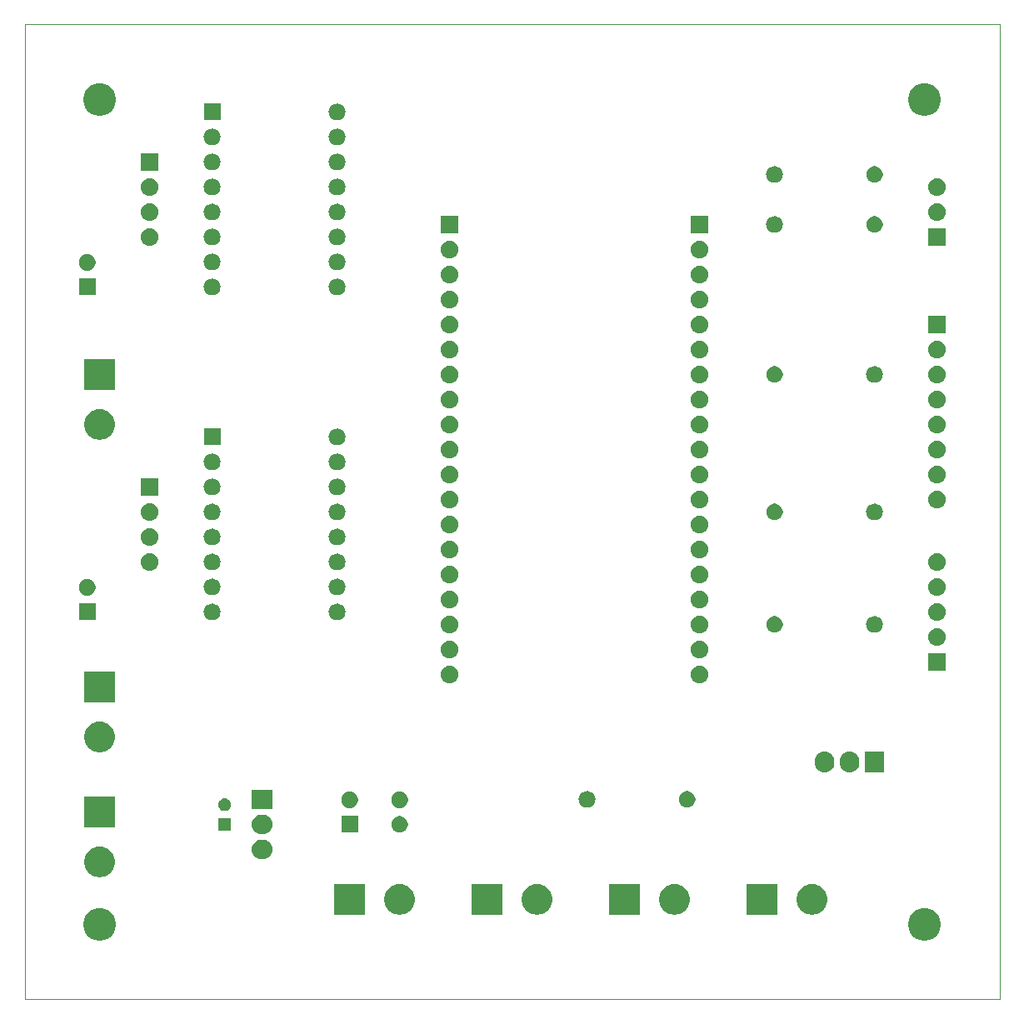
<source format=gbr>
G04 #@! TF.GenerationSoftware,KiCad,Pcbnew,(5.1.2)-2*
G04 #@! TF.CreationDate,2019-07-27T17:10:04+02:00*
G04 #@! TF.ProjectId,3D Scanner,33442053-6361-46e6-9e65-722e6b696361,1.0*
G04 #@! TF.SameCoordinates,Original*
G04 #@! TF.FileFunction,Soldermask,Bot*
G04 #@! TF.FilePolarity,Negative*
%FSLAX46Y46*%
G04 Gerber Fmt 4.6, Leading zero omitted, Abs format (unit mm)*
G04 Created by KiCad (PCBNEW (5.1.2)-2) date 2019-07-27 17:10:04*
%MOMM*%
%LPD*%
G04 APERTURE LIST*
%ADD10C,0.050000*%
%ADD11C,0.150000*%
G04 APERTURE END LIST*
D10*
X58420000Y-163830000D02*
X58420000Y-68580000D01*
X157480000Y-68580000D02*
X157480000Y-163830000D01*
X58420000Y-68580000D02*
X157480000Y-68580000D01*
X58420000Y-167640000D02*
X58420000Y-163830000D01*
X157480000Y-167640000D02*
X58420000Y-167640000D01*
X157480000Y-163830000D02*
X157480000Y-167640000D01*
D11*
G36*
X150235256Y-158411298D02*
G01*
X150341579Y-158432447D01*
X150642042Y-158556903D01*
X150912451Y-158737585D01*
X151142415Y-158967549D01*
X151323097Y-159237958D01*
X151447553Y-159538421D01*
X151511000Y-159857391D01*
X151511000Y-160182609D01*
X151447553Y-160501579D01*
X151323097Y-160802042D01*
X151142415Y-161072451D01*
X150912451Y-161302415D01*
X150642042Y-161483097D01*
X150341579Y-161607553D01*
X150235256Y-161628702D01*
X150022611Y-161671000D01*
X149697389Y-161671000D01*
X149484744Y-161628702D01*
X149378421Y-161607553D01*
X149077958Y-161483097D01*
X148807549Y-161302415D01*
X148577585Y-161072451D01*
X148396903Y-160802042D01*
X148272447Y-160501579D01*
X148209000Y-160182609D01*
X148209000Y-159857391D01*
X148272447Y-159538421D01*
X148396903Y-159237958D01*
X148577585Y-158967549D01*
X148807549Y-158737585D01*
X149077958Y-158556903D01*
X149378421Y-158432447D01*
X149484744Y-158411298D01*
X149697389Y-158369000D01*
X150022611Y-158369000D01*
X150235256Y-158411298D01*
X150235256Y-158411298D01*
G37*
G36*
X66415256Y-158411298D02*
G01*
X66521579Y-158432447D01*
X66822042Y-158556903D01*
X67092451Y-158737585D01*
X67322415Y-158967549D01*
X67503097Y-159237958D01*
X67627553Y-159538421D01*
X67691000Y-159857391D01*
X67691000Y-160182609D01*
X67627553Y-160501579D01*
X67503097Y-160802042D01*
X67322415Y-161072451D01*
X67092451Y-161302415D01*
X66822042Y-161483097D01*
X66521579Y-161607553D01*
X66415256Y-161628702D01*
X66202611Y-161671000D01*
X65877389Y-161671000D01*
X65664744Y-161628702D01*
X65558421Y-161607553D01*
X65257958Y-161483097D01*
X64987549Y-161302415D01*
X64757585Y-161072451D01*
X64576903Y-160802042D01*
X64452447Y-160501579D01*
X64389000Y-160182609D01*
X64389000Y-159857391D01*
X64452447Y-159538421D01*
X64576903Y-159237958D01*
X64757585Y-158967549D01*
X64987549Y-158737585D01*
X65257958Y-158556903D01*
X65558421Y-158432447D01*
X65664744Y-158411298D01*
X65877389Y-158369000D01*
X66202611Y-158369000D01*
X66415256Y-158411298D01*
X66415256Y-158411298D01*
G37*
G36*
X92991000Y-159031000D02*
G01*
X89889000Y-159031000D01*
X89889000Y-155929000D01*
X92991000Y-155929000D01*
X92991000Y-159031000D01*
X92991000Y-159031000D01*
G37*
G36*
X134901000Y-159031000D02*
G01*
X131799000Y-159031000D01*
X131799000Y-155929000D01*
X134901000Y-155929000D01*
X134901000Y-159031000D01*
X134901000Y-159031000D01*
G37*
G36*
X124762585Y-155958802D02*
G01*
X124912410Y-155988604D01*
X125194674Y-156105521D01*
X125448705Y-156275259D01*
X125664741Y-156491295D01*
X125834479Y-156745326D01*
X125951396Y-157027590D01*
X126011000Y-157327240D01*
X126011000Y-157632760D01*
X125951396Y-157932410D01*
X125834479Y-158214674D01*
X125664741Y-158468705D01*
X125448705Y-158684741D01*
X125194674Y-158854479D01*
X124912410Y-158971396D01*
X124762585Y-159001198D01*
X124612761Y-159031000D01*
X124307239Y-159031000D01*
X124157415Y-159001198D01*
X124007590Y-158971396D01*
X123725326Y-158854479D01*
X123471295Y-158684741D01*
X123255259Y-158468705D01*
X123085521Y-158214674D01*
X122968604Y-157932410D01*
X122909000Y-157632760D01*
X122909000Y-157327240D01*
X122968604Y-157027590D01*
X123085521Y-156745326D01*
X123255259Y-156491295D01*
X123471295Y-156275259D01*
X123725326Y-156105521D01*
X124007590Y-155988604D01*
X124157415Y-155958802D01*
X124307239Y-155929000D01*
X124612761Y-155929000D01*
X124762585Y-155958802D01*
X124762585Y-155958802D01*
G37*
G36*
X120931000Y-159031000D02*
G01*
X117829000Y-159031000D01*
X117829000Y-155929000D01*
X120931000Y-155929000D01*
X120931000Y-159031000D01*
X120931000Y-159031000D01*
G37*
G36*
X110792585Y-155958802D02*
G01*
X110942410Y-155988604D01*
X111224674Y-156105521D01*
X111478705Y-156275259D01*
X111694741Y-156491295D01*
X111864479Y-156745326D01*
X111981396Y-157027590D01*
X112041000Y-157327240D01*
X112041000Y-157632760D01*
X111981396Y-157932410D01*
X111864479Y-158214674D01*
X111694741Y-158468705D01*
X111478705Y-158684741D01*
X111224674Y-158854479D01*
X110942410Y-158971396D01*
X110792585Y-159001198D01*
X110642761Y-159031000D01*
X110337239Y-159031000D01*
X110187415Y-159001198D01*
X110037590Y-158971396D01*
X109755326Y-158854479D01*
X109501295Y-158684741D01*
X109285259Y-158468705D01*
X109115521Y-158214674D01*
X108998604Y-157932410D01*
X108939000Y-157632760D01*
X108939000Y-157327240D01*
X108998604Y-157027590D01*
X109115521Y-156745326D01*
X109285259Y-156491295D01*
X109501295Y-156275259D01*
X109755326Y-156105521D01*
X110037590Y-155988604D01*
X110187415Y-155958802D01*
X110337239Y-155929000D01*
X110642761Y-155929000D01*
X110792585Y-155958802D01*
X110792585Y-155958802D01*
G37*
G36*
X138732585Y-155958802D02*
G01*
X138882410Y-155988604D01*
X139164674Y-156105521D01*
X139418705Y-156275259D01*
X139634741Y-156491295D01*
X139804479Y-156745326D01*
X139921396Y-157027590D01*
X139981000Y-157327240D01*
X139981000Y-157632760D01*
X139921396Y-157932410D01*
X139804479Y-158214674D01*
X139634741Y-158468705D01*
X139418705Y-158684741D01*
X139164674Y-158854479D01*
X138882410Y-158971396D01*
X138732585Y-159001198D01*
X138582761Y-159031000D01*
X138277239Y-159031000D01*
X138127415Y-159001198D01*
X137977590Y-158971396D01*
X137695326Y-158854479D01*
X137441295Y-158684741D01*
X137225259Y-158468705D01*
X137055521Y-158214674D01*
X136938604Y-157932410D01*
X136879000Y-157632760D01*
X136879000Y-157327240D01*
X136938604Y-157027590D01*
X137055521Y-156745326D01*
X137225259Y-156491295D01*
X137441295Y-156275259D01*
X137695326Y-156105521D01*
X137977590Y-155988604D01*
X138127415Y-155958802D01*
X138277239Y-155929000D01*
X138582761Y-155929000D01*
X138732585Y-155958802D01*
X138732585Y-155958802D01*
G37*
G36*
X96822585Y-155958802D02*
G01*
X96972410Y-155988604D01*
X97254674Y-156105521D01*
X97508705Y-156275259D01*
X97724741Y-156491295D01*
X97894479Y-156745326D01*
X98011396Y-157027590D01*
X98071000Y-157327240D01*
X98071000Y-157632760D01*
X98011396Y-157932410D01*
X97894479Y-158214674D01*
X97724741Y-158468705D01*
X97508705Y-158684741D01*
X97254674Y-158854479D01*
X96972410Y-158971396D01*
X96822585Y-159001198D01*
X96672761Y-159031000D01*
X96367239Y-159031000D01*
X96217415Y-159001198D01*
X96067590Y-158971396D01*
X95785326Y-158854479D01*
X95531295Y-158684741D01*
X95315259Y-158468705D01*
X95145521Y-158214674D01*
X95028604Y-157932410D01*
X94969000Y-157632760D01*
X94969000Y-157327240D01*
X95028604Y-157027590D01*
X95145521Y-156745326D01*
X95315259Y-156491295D01*
X95531295Y-156275259D01*
X95785326Y-156105521D01*
X96067590Y-155988604D01*
X96217415Y-155958802D01*
X96367239Y-155929000D01*
X96672761Y-155929000D01*
X96822585Y-155958802D01*
X96822585Y-155958802D01*
G37*
G36*
X106961000Y-159031000D02*
G01*
X103859000Y-159031000D01*
X103859000Y-155929000D01*
X106961000Y-155929000D01*
X106961000Y-159031000D01*
X106961000Y-159031000D01*
G37*
G36*
X66342585Y-152148802D02*
G01*
X66492410Y-152178604D01*
X66774674Y-152295521D01*
X67028705Y-152465259D01*
X67244741Y-152681295D01*
X67414479Y-152935326D01*
X67531396Y-153217590D01*
X67591000Y-153517240D01*
X67591000Y-153822760D01*
X67531396Y-154122410D01*
X67414479Y-154404674D01*
X67244741Y-154658705D01*
X67028705Y-154874741D01*
X66774674Y-155044479D01*
X66492410Y-155161396D01*
X66342585Y-155191198D01*
X66192761Y-155221000D01*
X65887239Y-155221000D01*
X65737415Y-155191198D01*
X65587590Y-155161396D01*
X65305326Y-155044479D01*
X65051295Y-154874741D01*
X64835259Y-154658705D01*
X64665521Y-154404674D01*
X64548604Y-154122410D01*
X64489000Y-153822760D01*
X64489000Y-153517240D01*
X64548604Y-153217590D01*
X64665521Y-152935326D01*
X64835259Y-152681295D01*
X65051295Y-152465259D01*
X65305326Y-152295521D01*
X65587590Y-152178604D01*
X65737415Y-152148802D01*
X65887239Y-152119000D01*
X66192761Y-152119000D01*
X66342585Y-152148802D01*
X66342585Y-152148802D01*
G37*
G36*
X82695936Y-151401340D02*
G01*
X82794220Y-151411020D01*
X82983381Y-151468401D01*
X83157712Y-151561583D01*
X83310515Y-151686985D01*
X83435917Y-151839788D01*
X83529099Y-152014119D01*
X83586480Y-152203280D01*
X83605855Y-152400000D01*
X83586480Y-152596720D01*
X83529099Y-152785881D01*
X83435917Y-152960212D01*
X83310515Y-153113015D01*
X83157712Y-153238417D01*
X82983381Y-153331599D01*
X82794220Y-153388980D01*
X82695936Y-153398660D01*
X82646795Y-153403500D01*
X82453205Y-153403500D01*
X82404064Y-153398660D01*
X82305780Y-153388980D01*
X82116619Y-153331599D01*
X81942288Y-153238417D01*
X81789485Y-153113015D01*
X81664083Y-152960212D01*
X81570901Y-152785881D01*
X81513520Y-152596720D01*
X81494145Y-152400000D01*
X81513520Y-152203280D01*
X81570901Y-152014119D01*
X81664083Y-151839788D01*
X81789485Y-151686985D01*
X81942288Y-151561583D01*
X82116619Y-151468401D01*
X82305780Y-151411020D01*
X82404064Y-151401340D01*
X82453205Y-151396500D01*
X82646795Y-151396500D01*
X82695936Y-151401340D01*
X82695936Y-151401340D01*
G37*
G36*
X82695936Y-148861340D02*
G01*
X82794220Y-148871020D01*
X82983381Y-148928401D01*
X83157712Y-149021583D01*
X83310515Y-149146985D01*
X83435917Y-149299788D01*
X83529099Y-149474119D01*
X83586480Y-149663280D01*
X83605855Y-149860000D01*
X83586480Y-150056720D01*
X83529099Y-150245881D01*
X83435917Y-150420212D01*
X83310515Y-150573015D01*
X83157712Y-150698417D01*
X82983381Y-150791599D01*
X82794220Y-150848980D01*
X82695936Y-150858660D01*
X82646795Y-150863500D01*
X82453205Y-150863500D01*
X82404064Y-150858660D01*
X82305780Y-150848980D01*
X82116619Y-150791599D01*
X81942288Y-150698417D01*
X81789485Y-150573015D01*
X81664083Y-150420212D01*
X81570901Y-150245881D01*
X81513520Y-150056720D01*
X81494145Y-149860000D01*
X81513520Y-149663280D01*
X81570901Y-149474119D01*
X81664083Y-149299788D01*
X81789485Y-149146985D01*
X81942288Y-149021583D01*
X82116619Y-148928401D01*
X82305780Y-148871020D01*
X82404064Y-148861340D01*
X82453205Y-148856500D01*
X82646795Y-148856500D01*
X82695936Y-148861340D01*
X82695936Y-148861340D01*
G37*
G36*
X96768228Y-149041703D02*
G01*
X96923100Y-149105853D01*
X97062481Y-149198985D01*
X97181015Y-149317519D01*
X97274147Y-149456900D01*
X97338297Y-149611772D01*
X97371000Y-149776184D01*
X97371000Y-149943816D01*
X97338297Y-150108228D01*
X97274147Y-150263100D01*
X97181015Y-150402481D01*
X97062481Y-150521015D01*
X96923100Y-150614147D01*
X96768228Y-150678297D01*
X96603816Y-150711000D01*
X96436184Y-150711000D01*
X96271772Y-150678297D01*
X96116900Y-150614147D01*
X95977519Y-150521015D01*
X95858985Y-150402481D01*
X95765853Y-150263100D01*
X95701703Y-150108228D01*
X95669000Y-149943816D01*
X95669000Y-149776184D01*
X95701703Y-149611772D01*
X95765853Y-149456900D01*
X95858985Y-149317519D01*
X95977519Y-149198985D01*
X96116900Y-149105853D01*
X96271772Y-149041703D01*
X96436184Y-149009000D01*
X96603816Y-149009000D01*
X96768228Y-149041703D01*
X96768228Y-149041703D01*
G37*
G36*
X92291000Y-150711000D02*
G01*
X90589000Y-150711000D01*
X90589000Y-149009000D01*
X92291000Y-149009000D01*
X92291000Y-150711000D01*
X92291000Y-150711000D01*
G37*
G36*
X79391000Y-150511000D02*
G01*
X78089000Y-150511000D01*
X78089000Y-149209000D01*
X79391000Y-149209000D01*
X79391000Y-150511000D01*
X79391000Y-150511000D01*
G37*
G36*
X67591000Y-150141000D02*
G01*
X64489000Y-150141000D01*
X64489000Y-147039000D01*
X67591000Y-147039000D01*
X67591000Y-150141000D01*
X67591000Y-150141000D01*
G37*
G36*
X78929890Y-147234017D02*
G01*
X79031690Y-147276184D01*
X79048364Y-147283091D01*
X79154988Y-147354335D01*
X79245665Y-147445012D01*
X79273604Y-147486825D01*
X79316910Y-147551638D01*
X79365983Y-147670110D01*
X79391000Y-147795881D01*
X79391000Y-147924119D01*
X79365983Y-148049890D01*
X79320918Y-148158687D01*
X79316909Y-148168364D01*
X79245665Y-148274988D01*
X79154988Y-148365665D01*
X79048364Y-148436909D01*
X79048363Y-148436910D01*
X79048362Y-148436910D01*
X78929890Y-148485983D01*
X78804119Y-148511000D01*
X78675881Y-148511000D01*
X78550110Y-148485983D01*
X78431638Y-148436910D01*
X78431637Y-148436910D01*
X78431636Y-148436909D01*
X78325012Y-148365665D01*
X78234335Y-148274988D01*
X78163091Y-148168364D01*
X78159083Y-148158687D01*
X78114017Y-148049890D01*
X78089000Y-147924119D01*
X78089000Y-147795881D01*
X78114017Y-147670110D01*
X78163090Y-147551638D01*
X78206397Y-147486825D01*
X78234335Y-147445012D01*
X78325012Y-147354335D01*
X78431636Y-147283091D01*
X78448311Y-147276184D01*
X78550110Y-147234017D01*
X78675881Y-147209000D01*
X78804119Y-147209000D01*
X78929890Y-147234017D01*
X78929890Y-147234017D01*
G37*
G36*
X83601000Y-148323500D02*
G01*
X81499000Y-148323500D01*
X81499000Y-146316500D01*
X83601000Y-146316500D01*
X83601000Y-148323500D01*
X83601000Y-148323500D01*
G37*
G36*
X91688228Y-146541703D02*
G01*
X91843100Y-146605853D01*
X91982481Y-146698985D01*
X92101015Y-146817519D01*
X92194147Y-146956900D01*
X92258297Y-147111772D01*
X92291000Y-147276184D01*
X92291000Y-147443816D01*
X92258297Y-147608228D01*
X92194147Y-147763100D01*
X92101015Y-147902481D01*
X91982481Y-148021015D01*
X91843100Y-148114147D01*
X91688228Y-148178297D01*
X91523816Y-148211000D01*
X91356184Y-148211000D01*
X91191772Y-148178297D01*
X91036900Y-148114147D01*
X90897519Y-148021015D01*
X90778985Y-147902481D01*
X90685853Y-147763100D01*
X90621703Y-147608228D01*
X90589000Y-147443816D01*
X90589000Y-147276184D01*
X90621703Y-147111772D01*
X90685853Y-146956900D01*
X90778985Y-146817519D01*
X90897519Y-146698985D01*
X91036900Y-146605853D01*
X91191772Y-146541703D01*
X91356184Y-146509000D01*
X91523816Y-146509000D01*
X91688228Y-146541703D01*
X91688228Y-146541703D01*
G37*
G36*
X96768228Y-146541703D02*
G01*
X96923100Y-146605853D01*
X97062481Y-146698985D01*
X97181015Y-146817519D01*
X97274147Y-146956900D01*
X97338297Y-147111772D01*
X97371000Y-147276184D01*
X97371000Y-147443816D01*
X97338297Y-147608228D01*
X97274147Y-147763100D01*
X97181015Y-147902481D01*
X97062481Y-148021015D01*
X96923100Y-148114147D01*
X96768228Y-148178297D01*
X96603816Y-148211000D01*
X96436184Y-148211000D01*
X96271772Y-148178297D01*
X96116900Y-148114147D01*
X95977519Y-148021015D01*
X95858985Y-147902481D01*
X95765853Y-147763100D01*
X95701703Y-147608228D01*
X95669000Y-147443816D01*
X95669000Y-147276184D01*
X95701703Y-147111772D01*
X95765853Y-146956900D01*
X95858985Y-146817519D01*
X95977519Y-146698985D01*
X96116900Y-146605853D01*
X96271772Y-146541703D01*
X96436184Y-146509000D01*
X96603816Y-146509000D01*
X96768228Y-146541703D01*
X96768228Y-146541703D01*
G37*
G36*
X115736823Y-146481313D02*
G01*
X115897242Y-146529976D01*
X115964361Y-146565852D01*
X116045078Y-146608996D01*
X116174659Y-146715341D01*
X116281004Y-146844922D01*
X116281005Y-146844924D01*
X116360024Y-146992758D01*
X116408687Y-147153177D01*
X116425117Y-147320000D01*
X116408687Y-147486823D01*
X116360024Y-147647242D01*
X116289114Y-147779906D01*
X116281004Y-147795078D01*
X116174659Y-147924659D01*
X116045078Y-148031004D01*
X116045076Y-148031005D01*
X115897242Y-148110024D01*
X115897239Y-148110025D01*
X115883647Y-148114148D01*
X115736823Y-148158687D01*
X115611804Y-148171000D01*
X115528196Y-148171000D01*
X115403177Y-148158687D01*
X115256353Y-148114148D01*
X115242761Y-148110025D01*
X115242758Y-148110024D01*
X115094924Y-148031005D01*
X115094922Y-148031004D01*
X114965341Y-147924659D01*
X114858996Y-147795078D01*
X114850886Y-147779906D01*
X114779976Y-147647242D01*
X114731313Y-147486823D01*
X114714883Y-147320000D01*
X114731313Y-147153177D01*
X114779976Y-146992758D01*
X114858995Y-146844924D01*
X114858996Y-146844922D01*
X114965341Y-146715341D01*
X115094922Y-146608996D01*
X115175639Y-146565852D01*
X115242758Y-146529976D01*
X115403177Y-146481313D01*
X115528196Y-146469000D01*
X115611804Y-146469000D01*
X115736823Y-146481313D01*
X115736823Y-146481313D01*
G37*
G36*
X125978228Y-146501703D02*
G01*
X126133100Y-146565853D01*
X126272481Y-146658985D01*
X126391015Y-146777519D01*
X126484147Y-146916900D01*
X126548297Y-147071772D01*
X126581000Y-147236184D01*
X126581000Y-147403816D01*
X126548297Y-147568228D01*
X126484147Y-147723100D01*
X126391015Y-147862481D01*
X126272481Y-147981015D01*
X126133100Y-148074147D01*
X125978228Y-148138297D01*
X125813816Y-148171000D01*
X125646184Y-148171000D01*
X125481772Y-148138297D01*
X125326900Y-148074147D01*
X125187519Y-147981015D01*
X125068985Y-147862481D01*
X124975853Y-147723100D01*
X124911703Y-147568228D01*
X124879000Y-147403816D01*
X124879000Y-147236184D01*
X124911703Y-147071772D01*
X124975853Y-146916900D01*
X125068985Y-146777519D01*
X125187519Y-146658985D01*
X125326900Y-146565853D01*
X125481772Y-146501703D01*
X125646184Y-146469000D01*
X125813816Y-146469000D01*
X125978228Y-146501703D01*
X125978228Y-146501703D01*
G37*
G36*
X139896720Y-142473520D02*
G01*
X140085881Y-142530901D01*
X140260212Y-142624083D01*
X140413015Y-142749485D01*
X140538417Y-142902288D01*
X140582182Y-142984167D01*
X140631598Y-143076617D01*
X140631599Y-143076620D01*
X140688980Y-143265781D01*
X140703500Y-143413207D01*
X140703500Y-143606794D01*
X140688980Y-143754220D01*
X140631599Y-143943381D01*
X140538417Y-144117712D01*
X140413015Y-144270515D01*
X140260212Y-144395917D01*
X140178333Y-144439682D01*
X140085883Y-144489098D01*
X140085880Y-144489099D01*
X139896719Y-144546480D01*
X139700000Y-144565855D01*
X139503280Y-144546480D01*
X139314119Y-144489099D01*
X139139788Y-144395917D01*
X138986985Y-144270515D01*
X138861583Y-144117712D01*
X138817818Y-144035833D01*
X138768402Y-143943383D01*
X138768401Y-143943380D01*
X138711020Y-143754219D01*
X138696500Y-143606793D01*
X138696500Y-143413206D01*
X138711020Y-143265780D01*
X138768401Y-143076619D01*
X138861583Y-142902288D01*
X138986985Y-142749485D01*
X139139788Y-142624083D01*
X139314120Y-142530901D01*
X139503281Y-142473520D01*
X139700000Y-142454145D01*
X139896720Y-142473520D01*
X139896720Y-142473520D01*
G37*
G36*
X142436720Y-142473520D02*
G01*
X142625881Y-142530901D01*
X142800212Y-142624083D01*
X142953015Y-142749485D01*
X143078417Y-142902288D01*
X143122182Y-142984167D01*
X143171598Y-143076617D01*
X143171599Y-143076620D01*
X143228980Y-143265781D01*
X143243500Y-143413207D01*
X143243500Y-143606794D01*
X143228980Y-143754220D01*
X143171599Y-143943381D01*
X143078417Y-144117712D01*
X142953015Y-144270515D01*
X142800212Y-144395917D01*
X142718333Y-144439682D01*
X142625883Y-144489098D01*
X142625880Y-144489099D01*
X142436719Y-144546480D01*
X142240000Y-144565855D01*
X142043280Y-144546480D01*
X141854119Y-144489099D01*
X141679788Y-144395917D01*
X141526985Y-144270515D01*
X141401583Y-144117712D01*
X141357818Y-144035833D01*
X141308402Y-143943383D01*
X141308401Y-143943380D01*
X141251020Y-143754219D01*
X141236500Y-143606793D01*
X141236500Y-143413206D01*
X141251020Y-143265780D01*
X141308401Y-143076619D01*
X141401583Y-142902288D01*
X141526985Y-142749485D01*
X141679788Y-142624083D01*
X141854120Y-142530901D01*
X142043281Y-142473520D01*
X142240000Y-142454145D01*
X142436720Y-142473520D01*
X142436720Y-142473520D01*
G37*
G36*
X145783500Y-144561000D02*
G01*
X143776500Y-144561000D01*
X143776500Y-142459000D01*
X145783500Y-142459000D01*
X145783500Y-144561000D01*
X145783500Y-144561000D01*
G37*
G36*
X66342585Y-139448802D02*
G01*
X66492410Y-139478604D01*
X66774674Y-139595521D01*
X67028705Y-139765259D01*
X67244741Y-139981295D01*
X67414479Y-140235326D01*
X67531396Y-140517590D01*
X67591000Y-140817240D01*
X67591000Y-141122760D01*
X67531396Y-141422410D01*
X67414479Y-141704674D01*
X67244741Y-141958705D01*
X67028705Y-142174741D01*
X66774674Y-142344479D01*
X66492410Y-142461396D01*
X66431458Y-142473520D01*
X66192761Y-142521000D01*
X65887239Y-142521000D01*
X65648542Y-142473520D01*
X65587590Y-142461396D01*
X65305326Y-142344479D01*
X65051295Y-142174741D01*
X64835259Y-141958705D01*
X64665521Y-141704674D01*
X64548604Y-141422410D01*
X64489000Y-141122760D01*
X64489000Y-140817240D01*
X64548604Y-140517590D01*
X64665521Y-140235326D01*
X64835259Y-139981295D01*
X65051295Y-139765259D01*
X65305326Y-139595521D01*
X65587590Y-139478604D01*
X65737415Y-139448802D01*
X65887239Y-139419000D01*
X66192761Y-139419000D01*
X66342585Y-139448802D01*
X66342585Y-139448802D01*
G37*
G36*
X67591000Y-137441000D02*
G01*
X64489000Y-137441000D01*
X64489000Y-134339000D01*
X67591000Y-134339000D01*
X67591000Y-137441000D01*
X67591000Y-137441000D01*
G37*
G36*
X127110443Y-133725519D02*
G01*
X127176627Y-133732037D01*
X127346466Y-133783557D01*
X127502991Y-133867222D01*
X127538729Y-133896552D01*
X127640186Y-133979814D01*
X127723448Y-134081271D01*
X127752778Y-134117009D01*
X127836443Y-134273534D01*
X127887963Y-134443373D01*
X127905359Y-134620000D01*
X127887963Y-134796627D01*
X127836443Y-134966466D01*
X127752778Y-135122991D01*
X127723448Y-135158729D01*
X127640186Y-135260186D01*
X127538729Y-135343448D01*
X127502991Y-135372778D01*
X127346466Y-135456443D01*
X127176627Y-135507963D01*
X127110443Y-135514481D01*
X127044260Y-135521000D01*
X126955740Y-135521000D01*
X126889557Y-135514481D01*
X126823373Y-135507963D01*
X126653534Y-135456443D01*
X126497009Y-135372778D01*
X126461271Y-135343448D01*
X126359814Y-135260186D01*
X126276552Y-135158729D01*
X126247222Y-135122991D01*
X126163557Y-134966466D01*
X126112037Y-134796627D01*
X126094641Y-134620000D01*
X126112037Y-134443373D01*
X126163557Y-134273534D01*
X126247222Y-134117009D01*
X126276552Y-134081271D01*
X126359814Y-133979814D01*
X126461271Y-133896552D01*
X126497009Y-133867222D01*
X126653534Y-133783557D01*
X126823373Y-133732037D01*
X126889557Y-133725519D01*
X126955740Y-133719000D01*
X127044260Y-133719000D01*
X127110443Y-133725519D01*
X127110443Y-133725519D01*
G37*
G36*
X101710443Y-133725519D02*
G01*
X101776627Y-133732037D01*
X101946466Y-133783557D01*
X102102991Y-133867222D01*
X102138729Y-133896552D01*
X102240186Y-133979814D01*
X102323448Y-134081271D01*
X102352778Y-134117009D01*
X102436443Y-134273534D01*
X102487963Y-134443373D01*
X102505359Y-134620000D01*
X102487963Y-134796627D01*
X102436443Y-134966466D01*
X102352778Y-135122991D01*
X102323448Y-135158729D01*
X102240186Y-135260186D01*
X102138729Y-135343448D01*
X102102991Y-135372778D01*
X101946466Y-135456443D01*
X101776627Y-135507963D01*
X101710443Y-135514481D01*
X101644260Y-135521000D01*
X101555740Y-135521000D01*
X101489557Y-135514481D01*
X101423373Y-135507963D01*
X101253534Y-135456443D01*
X101097009Y-135372778D01*
X101061271Y-135343448D01*
X100959814Y-135260186D01*
X100876552Y-135158729D01*
X100847222Y-135122991D01*
X100763557Y-134966466D01*
X100712037Y-134796627D01*
X100694641Y-134620000D01*
X100712037Y-134443373D01*
X100763557Y-134273534D01*
X100847222Y-134117009D01*
X100876552Y-134081271D01*
X100959814Y-133979814D01*
X101061271Y-133896552D01*
X101097009Y-133867222D01*
X101253534Y-133783557D01*
X101423373Y-133732037D01*
X101489557Y-133725519D01*
X101555740Y-133719000D01*
X101644260Y-133719000D01*
X101710443Y-133725519D01*
X101710443Y-133725519D01*
G37*
G36*
X152031000Y-134251000D02*
G01*
X150229000Y-134251000D01*
X150229000Y-132449000D01*
X152031000Y-132449000D01*
X152031000Y-134251000D01*
X152031000Y-134251000D01*
G37*
G36*
X101710442Y-131185518D02*
G01*
X101776627Y-131192037D01*
X101946466Y-131243557D01*
X102102991Y-131327222D01*
X102138729Y-131356552D01*
X102240186Y-131439814D01*
X102323448Y-131541271D01*
X102352778Y-131577009D01*
X102436443Y-131733534D01*
X102487963Y-131903373D01*
X102505359Y-132080000D01*
X102487963Y-132256627D01*
X102436443Y-132426466D01*
X102352778Y-132582991D01*
X102323448Y-132618729D01*
X102240186Y-132720186D01*
X102138729Y-132803448D01*
X102102991Y-132832778D01*
X101946466Y-132916443D01*
X101776627Y-132967963D01*
X101710443Y-132974481D01*
X101644260Y-132981000D01*
X101555740Y-132981000D01*
X101489557Y-132974481D01*
X101423373Y-132967963D01*
X101253534Y-132916443D01*
X101097009Y-132832778D01*
X101061271Y-132803448D01*
X100959814Y-132720186D01*
X100876552Y-132618729D01*
X100847222Y-132582991D01*
X100763557Y-132426466D01*
X100712037Y-132256627D01*
X100694641Y-132080000D01*
X100712037Y-131903373D01*
X100763557Y-131733534D01*
X100847222Y-131577009D01*
X100876552Y-131541271D01*
X100959814Y-131439814D01*
X101061271Y-131356552D01*
X101097009Y-131327222D01*
X101253534Y-131243557D01*
X101423373Y-131192037D01*
X101489558Y-131185518D01*
X101555740Y-131179000D01*
X101644260Y-131179000D01*
X101710442Y-131185518D01*
X101710442Y-131185518D01*
G37*
G36*
X127110442Y-131185518D02*
G01*
X127176627Y-131192037D01*
X127346466Y-131243557D01*
X127502991Y-131327222D01*
X127538729Y-131356552D01*
X127640186Y-131439814D01*
X127723448Y-131541271D01*
X127752778Y-131577009D01*
X127836443Y-131733534D01*
X127887963Y-131903373D01*
X127905359Y-132080000D01*
X127887963Y-132256627D01*
X127836443Y-132426466D01*
X127752778Y-132582991D01*
X127723448Y-132618729D01*
X127640186Y-132720186D01*
X127538729Y-132803448D01*
X127502991Y-132832778D01*
X127346466Y-132916443D01*
X127176627Y-132967963D01*
X127110443Y-132974481D01*
X127044260Y-132981000D01*
X126955740Y-132981000D01*
X126889557Y-132974481D01*
X126823373Y-132967963D01*
X126653534Y-132916443D01*
X126497009Y-132832778D01*
X126461271Y-132803448D01*
X126359814Y-132720186D01*
X126276552Y-132618729D01*
X126247222Y-132582991D01*
X126163557Y-132426466D01*
X126112037Y-132256627D01*
X126094641Y-132080000D01*
X126112037Y-131903373D01*
X126163557Y-131733534D01*
X126247222Y-131577009D01*
X126276552Y-131541271D01*
X126359814Y-131439814D01*
X126461271Y-131356552D01*
X126497009Y-131327222D01*
X126653534Y-131243557D01*
X126823373Y-131192037D01*
X126889558Y-131185518D01*
X126955740Y-131179000D01*
X127044260Y-131179000D01*
X127110442Y-131185518D01*
X127110442Y-131185518D01*
G37*
G36*
X151240442Y-129915518D02*
G01*
X151306627Y-129922037D01*
X151476466Y-129973557D01*
X151632991Y-130057222D01*
X151663768Y-130082480D01*
X151770186Y-130169814D01*
X151853448Y-130271271D01*
X151882778Y-130307009D01*
X151966443Y-130463534D01*
X152017963Y-130633373D01*
X152035359Y-130810000D01*
X152017963Y-130986627D01*
X151966443Y-131156466D01*
X151882778Y-131312991D01*
X151853448Y-131348729D01*
X151770186Y-131450186D01*
X151668729Y-131533448D01*
X151632991Y-131562778D01*
X151476466Y-131646443D01*
X151306627Y-131697963D01*
X151240443Y-131704481D01*
X151174260Y-131711000D01*
X151085740Y-131711000D01*
X151019557Y-131704481D01*
X150953373Y-131697963D01*
X150783534Y-131646443D01*
X150627009Y-131562778D01*
X150591271Y-131533448D01*
X150489814Y-131450186D01*
X150406552Y-131348729D01*
X150377222Y-131312991D01*
X150293557Y-131156466D01*
X150242037Y-130986627D01*
X150224641Y-130810000D01*
X150242037Y-130633373D01*
X150293557Y-130463534D01*
X150377222Y-130307009D01*
X150406552Y-130271271D01*
X150489814Y-130169814D01*
X150596232Y-130082480D01*
X150627009Y-130057222D01*
X150783534Y-129973557D01*
X150953373Y-129922037D01*
X151019558Y-129915518D01*
X151085740Y-129909000D01*
X151174260Y-129909000D01*
X151240442Y-129915518D01*
X151240442Y-129915518D01*
G37*
G36*
X127110443Y-128645519D02*
G01*
X127176627Y-128652037D01*
X127346466Y-128703557D01*
X127502991Y-128787222D01*
X127538729Y-128816552D01*
X127640186Y-128899814D01*
X127720369Y-128997519D01*
X127752778Y-129037009D01*
X127836443Y-129193534D01*
X127887963Y-129363373D01*
X127905359Y-129540000D01*
X127887963Y-129716627D01*
X127836443Y-129886466D01*
X127752778Y-130042991D01*
X127723448Y-130078729D01*
X127640186Y-130180186D01*
X127538729Y-130263448D01*
X127502991Y-130292778D01*
X127346466Y-130376443D01*
X127176627Y-130427963D01*
X127110443Y-130434481D01*
X127044260Y-130441000D01*
X126955740Y-130441000D01*
X126889557Y-130434481D01*
X126823373Y-130427963D01*
X126653534Y-130376443D01*
X126497009Y-130292778D01*
X126461271Y-130263448D01*
X126359814Y-130180186D01*
X126276552Y-130078729D01*
X126247222Y-130042991D01*
X126163557Y-129886466D01*
X126112037Y-129716627D01*
X126094641Y-129540000D01*
X126112037Y-129363373D01*
X126163557Y-129193534D01*
X126247222Y-129037009D01*
X126279631Y-128997519D01*
X126359814Y-128899814D01*
X126461271Y-128816552D01*
X126497009Y-128787222D01*
X126653534Y-128703557D01*
X126823373Y-128652037D01*
X126889557Y-128645519D01*
X126955740Y-128639000D01*
X127044260Y-128639000D01*
X127110443Y-128645519D01*
X127110443Y-128645519D01*
G37*
G36*
X101710443Y-128645519D02*
G01*
X101776627Y-128652037D01*
X101946466Y-128703557D01*
X102102991Y-128787222D01*
X102138729Y-128816552D01*
X102240186Y-128899814D01*
X102320369Y-128997519D01*
X102352778Y-129037009D01*
X102436443Y-129193534D01*
X102487963Y-129363373D01*
X102505359Y-129540000D01*
X102487963Y-129716627D01*
X102436443Y-129886466D01*
X102352778Y-130042991D01*
X102323448Y-130078729D01*
X102240186Y-130180186D01*
X102138729Y-130263448D01*
X102102991Y-130292778D01*
X101946466Y-130376443D01*
X101776627Y-130427963D01*
X101710443Y-130434481D01*
X101644260Y-130441000D01*
X101555740Y-130441000D01*
X101489557Y-130434481D01*
X101423373Y-130427963D01*
X101253534Y-130376443D01*
X101097009Y-130292778D01*
X101061271Y-130263448D01*
X100959814Y-130180186D01*
X100876552Y-130078729D01*
X100847222Y-130042991D01*
X100763557Y-129886466D01*
X100712037Y-129716627D01*
X100694641Y-129540000D01*
X100712037Y-129363373D01*
X100763557Y-129193534D01*
X100847222Y-129037009D01*
X100879631Y-128997519D01*
X100959814Y-128899814D01*
X101061271Y-128816552D01*
X101097009Y-128787222D01*
X101253534Y-128703557D01*
X101423373Y-128652037D01*
X101489557Y-128645519D01*
X101555740Y-128639000D01*
X101644260Y-128639000D01*
X101710443Y-128645519D01*
X101710443Y-128645519D01*
G37*
G36*
X144946823Y-128701313D02*
G01*
X145107242Y-128749976D01*
X145174361Y-128785852D01*
X145255078Y-128828996D01*
X145384659Y-128935341D01*
X145491004Y-129064922D01*
X145491005Y-129064924D01*
X145570024Y-129212758D01*
X145618687Y-129373177D01*
X145635117Y-129540000D01*
X145618687Y-129706823D01*
X145570024Y-129867242D01*
X145529477Y-129943100D01*
X145491004Y-130015078D01*
X145384659Y-130144659D01*
X145255078Y-130251004D01*
X145255076Y-130251005D01*
X145107242Y-130330024D01*
X144946823Y-130378687D01*
X144821804Y-130391000D01*
X144738196Y-130391000D01*
X144613177Y-130378687D01*
X144452758Y-130330024D01*
X144304924Y-130251005D01*
X144304922Y-130251004D01*
X144175341Y-130144659D01*
X144068996Y-130015078D01*
X144030523Y-129943100D01*
X143989976Y-129867242D01*
X143941313Y-129706823D01*
X143924883Y-129540000D01*
X143941313Y-129373177D01*
X143989976Y-129212758D01*
X144068995Y-129064924D01*
X144068996Y-129064922D01*
X144175341Y-128935341D01*
X144304922Y-128828996D01*
X144385639Y-128785852D01*
X144452758Y-128749976D01*
X144613177Y-128701313D01*
X144738196Y-128689000D01*
X144821804Y-128689000D01*
X144946823Y-128701313D01*
X144946823Y-128701313D01*
G37*
G36*
X134868228Y-128721703D02*
G01*
X135023100Y-128785853D01*
X135162481Y-128878985D01*
X135281015Y-128997519D01*
X135374147Y-129136900D01*
X135438297Y-129291772D01*
X135471000Y-129456184D01*
X135471000Y-129623816D01*
X135438297Y-129788228D01*
X135374147Y-129943100D01*
X135281015Y-130082481D01*
X135162481Y-130201015D01*
X135023100Y-130294147D01*
X134868228Y-130358297D01*
X134703816Y-130391000D01*
X134536184Y-130391000D01*
X134371772Y-130358297D01*
X134216900Y-130294147D01*
X134077519Y-130201015D01*
X133958985Y-130082481D01*
X133865853Y-129943100D01*
X133801703Y-129788228D01*
X133769000Y-129623816D01*
X133769000Y-129456184D01*
X133801703Y-129291772D01*
X133865853Y-129136900D01*
X133958985Y-128997519D01*
X134077519Y-128878985D01*
X134216900Y-128785853D01*
X134371772Y-128721703D01*
X134536184Y-128689000D01*
X134703816Y-128689000D01*
X134868228Y-128721703D01*
X134868228Y-128721703D01*
G37*
G36*
X151240442Y-127375518D02*
G01*
X151306627Y-127382037D01*
X151476466Y-127433557D01*
X151632991Y-127517222D01*
X151668729Y-127546552D01*
X151770186Y-127629814D01*
X151853448Y-127731271D01*
X151882778Y-127767009D01*
X151966443Y-127923534D01*
X152017963Y-128093373D01*
X152035359Y-128270000D01*
X152017963Y-128446627D01*
X151966443Y-128616466D01*
X151882778Y-128772991D01*
X151853448Y-128808729D01*
X151770186Y-128910186D01*
X151668729Y-128993448D01*
X151632991Y-129022778D01*
X151476466Y-129106443D01*
X151306627Y-129157963D01*
X151240442Y-129164482D01*
X151174260Y-129171000D01*
X151085740Y-129171000D01*
X151019558Y-129164482D01*
X150953373Y-129157963D01*
X150783534Y-129106443D01*
X150627009Y-129022778D01*
X150591271Y-128993448D01*
X150489814Y-128910186D01*
X150406552Y-128808729D01*
X150377222Y-128772991D01*
X150293557Y-128616466D01*
X150242037Y-128446627D01*
X150224641Y-128270000D01*
X150242037Y-128093373D01*
X150293557Y-127923534D01*
X150377222Y-127767009D01*
X150406552Y-127731271D01*
X150489814Y-127629814D01*
X150591271Y-127546552D01*
X150627009Y-127517222D01*
X150783534Y-127433557D01*
X150953373Y-127382037D01*
X151019558Y-127375518D01*
X151085740Y-127369000D01*
X151174260Y-127369000D01*
X151240442Y-127375518D01*
X151240442Y-127375518D01*
G37*
G36*
X77636823Y-127431313D02*
G01*
X77797242Y-127479976D01*
X77866922Y-127517221D01*
X77945078Y-127558996D01*
X78074659Y-127665341D01*
X78181004Y-127794922D01*
X78181005Y-127794924D01*
X78260024Y-127942758D01*
X78308687Y-128103177D01*
X78325117Y-128270000D01*
X78308687Y-128436823D01*
X78260024Y-128597242D01*
X78230735Y-128652037D01*
X78181004Y-128745078D01*
X78074659Y-128874659D01*
X77945078Y-128981004D01*
X77945076Y-128981005D01*
X77797242Y-129060024D01*
X77636823Y-129108687D01*
X77511804Y-129121000D01*
X77428196Y-129121000D01*
X77303177Y-129108687D01*
X77142758Y-129060024D01*
X76994924Y-128981005D01*
X76994922Y-128981004D01*
X76865341Y-128874659D01*
X76758996Y-128745078D01*
X76709265Y-128652037D01*
X76679976Y-128597242D01*
X76631313Y-128436823D01*
X76614883Y-128270000D01*
X76631313Y-128103177D01*
X76679976Y-127942758D01*
X76758995Y-127794924D01*
X76758996Y-127794922D01*
X76865341Y-127665341D01*
X76994922Y-127558996D01*
X77073078Y-127517221D01*
X77142758Y-127479976D01*
X77303177Y-127431313D01*
X77428196Y-127419000D01*
X77511804Y-127419000D01*
X77636823Y-127431313D01*
X77636823Y-127431313D01*
G37*
G36*
X90336823Y-127431313D02*
G01*
X90497242Y-127479976D01*
X90566922Y-127517221D01*
X90645078Y-127558996D01*
X90774659Y-127665341D01*
X90881004Y-127794922D01*
X90881005Y-127794924D01*
X90960024Y-127942758D01*
X91008687Y-128103177D01*
X91025117Y-128270000D01*
X91008687Y-128436823D01*
X90960024Y-128597242D01*
X90930735Y-128652037D01*
X90881004Y-128745078D01*
X90774659Y-128874659D01*
X90645078Y-128981004D01*
X90645076Y-128981005D01*
X90497242Y-129060024D01*
X90336823Y-129108687D01*
X90211804Y-129121000D01*
X90128196Y-129121000D01*
X90003177Y-129108687D01*
X89842758Y-129060024D01*
X89694924Y-128981005D01*
X89694922Y-128981004D01*
X89565341Y-128874659D01*
X89458996Y-128745078D01*
X89409265Y-128652037D01*
X89379976Y-128597242D01*
X89331313Y-128436823D01*
X89314883Y-128270000D01*
X89331313Y-128103177D01*
X89379976Y-127942758D01*
X89458995Y-127794924D01*
X89458996Y-127794922D01*
X89565341Y-127665341D01*
X89694922Y-127558996D01*
X89773078Y-127517221D01*
X89842758Y-127479976D01*
X90003177Y-127431313D01*
X90128196Y-127419000D01*
X90211804Y-127419000D01*
X90336823Y-127431313D01*
X90336823Y-127431313D01*
G37*
G36*
X65621000Y-129121000D02*
G01*
X63919000Y-129121000D01*
X63919000Y-127419000D01*
X65621000Y-127419000D01*
X65621000Y-129121000D01*
X65621000Y-129121000D01*
G37*
G36*
X127110443Y-126105519D02*
G01*
X127176627Y-126112037D01*
X127346466Y-126163557D01*
X127502991Y-126247222D01*
X127538729Y-126276552D01*
X127640186Y-126359814D01*
X127723448Y-126461271D01*
X127752778Y-126497009D01*
X127836443Y-126653534D01*
X127887963Y-126823373D01*
X127905359Y-127000000D01*
X127887963Y-127176627D01*
X127836443Y-127346466D01*
X127752778Y-127502991D01*
X127723448Y-127538729D01*
X127640186Y-127640186D01*
X127538729Y-127723448D01*
X127502991Y-127752778D01*
X127346466Y-127836443D01*
X127176627Y-127887963D01*
X127110442Y-127894482D01*
X127044260Y-127901000D01*
X126955740Y-127901000D01*
X126889558Y-127894482D01*
X126823373Y-127887963D01*
X126653534Y-127836443D01*
X126497009Y-127752778D01*
X126461271Y-127723448D01*
X126359814Y-127640186D01*
X126276552Y-127538729D01*
X126247222Y-127502991D01*
X126163557Y-127346466D01*
X126112037Y-127176627D01*
X126094641Y-127000000D01*
X126112037Y-126823373D01*
X126163557Y-126653534D01*
X126247222Y-126497009D01*
X126276552Y-126461271D01*
X126359814Y-126359814D01*
X126461271Y-126276552D01*
X126497009Y-126247222D01*
X126653534Y-126163557D01*
X126823373Y-126112037D01*
X126889557Y-126105519D01*
X126955740Y-126099000D01*
X127044260Y-126099000D01*
X127110443Y-126105519D01*
X127110443Y-126105519D01*
G37*
G36*
X101710443Y-126105519D02*
G01*
X101776627Y-126112037D01*
X101946466Y-126163557D01*
X102102991Y-126247222D01*
X102138729Y-126276552D01*
X102240186Y-126359814D01*
X102323448Y-126461271D01*
X102352778Y-126497009D01*
X102436443Y-126653534D01*
X102487963Y-126823373D01*
X102505359Y-127000000D01*
X102487963Y-127176627D01*
X102436443Y-127346466D01*
X102352778Y-127502991D01*
X102323448Y-127538729D01*
X102240186Y-127640186D01*
X102138729Y-127723448D01*
X102102991Y-127752778D01*
X101946466Y-127836443D01*
X101776627Y-127887963D01*
X101710442Y-127894482D01*
X101644260Y-127901000D01*
X101555740Y-127901000D01*
X101489558Y-127894482D01*
X101423373Y-127887963D01*
X101253534Y-127836443D01*
X101097009Y-127752778D01*
X101061271Y-127723448D01*
X100959814Y-127640186D01*
X100876552Y-127538729D01*
X100847222Y-127502991D01*
X100763557Y-127346466D01*
X100712037Y-127176627D01*
X100694641Y-127000000D01*
X100712037Y-126823373D01*
X100763557Y-126653534D01*
X100847222Y-126497009D01*
X100876552Y-126461271D01*
X100959814Y-126359814D01*
X101061271Y-126276552D01*
X101097009Y-126247222D01*
X101253534Y-126163557D01*
X101423373Y-126112037D01*
X101489557Y-126105519D01*
X101555740Y-126099000D01*
X101644260Y-126099000D01*
X101710443Y-126105519D01*
X101710443Y-126105519D01*
G37*
G36*
X151240443Y-124835519D02*
G01*
X151306627Y-124842037D01*
X151476466Y-124893557D01*
X151632991Y-124977222D01*
X151668729Y-125006552D01*
X151770186Y-125089814D01*
X151853448Y-125191271D01*
X151882778Y-125227009D01*
X151882779Y-125227011D01*
X151957554Y-125366903D01*
X151966443Y-125383534D01*
X152017963Y-125553373D01*
X152035359Y-125730000D01*
X152017963Y-125906627D01*
X151966443Y-126076466D01*
X151882778Y-126232991D01*
X151853448Y-126268729D01*
X151770186Y-126370186D01*
X151668729Y-126453448D01*
X151632991Y-126482778D01*
X151476466Y-126566443D01*
X151306627Y-126617963D01*
X151240442Y-126624482D01*
X151174260Y-126631000D01*
X151085740Y-126631000D01*
X151019558Y-126624482D01*
X150953373Y-126617963D01*
X150783534Y-126566443D01*
X150627009Y-126482778D01*
X150591271Y-126453448D01*
X150489814Y-126370186D01*
X150406552Y-126268729D01*
X150377222Y-126232991D01*
X150293557Y-126076466D01*
X150242037Y-125906627D01*
X150224641Y-125730000D01*
X150242037Y-125553373D01*
X150293557Y-125383534D01*
X150302447Y-125366903D01*
X150377221Y-125227011D01*
X150377222Y-125227009D01*
X150406552Y-125191271D01*
X150489814Y-125089814D01*
X150591271Y-125006552D01*
X150627009Y-124977222D01*
X150783534Y-124893557D01*
X150953373Y-124842037D01*
X151019557Y-124835519D01*
X151085740Y-124829000D01*
X151174260Y-124829000D01*
X151240443Y-124835519D01*
X151240443Y-124835519D01*
G37*
G36*
X65018228Y-124951703D02*
G01*
X65173100Y-125015853D01*
X65312481Y-125108985D01*
X65431015Y-125227519D01*
X65524147Y-125366900D01*
X65588297Y-125521772D01*
X65621000Y-125686184D01*
X65621000Y-125853816D01*
X65588297Y-126018228D01*
X65524147Y-126173100D01*
X65431015Y-126312481D01*
X65312481Y-126431015D01*
X65173100Y-126524147D01*
X65018228Y-126588297D01*
X64853816Y-126621000D01*
X64686184Y-126621000D01*
X64521772Y-126588297D01*
X64366900Y-126524147D01*
X64227519Y-126431015D01*
X64108985Y-126312481D01*
X64015853Y-126173100D01*
X63951703Y-126018228D01*
X63919000Y-125853816D01*
X63919000Y-125686184D01*
X63951703Y-125521772D01*
X64015853Y-125366900D01*
X64108985Y-125227519D01*
X64227519Y-125108985D01*
X64366900Y-125015853D01*
X64521772Y-124951703D01*
X64686184Y-124919000D01*
X64853816Y-124919000D01*
X65018228Y-124951703D01*
X65018228Y-124951703D01*
G37*
G36*
X90336823Y-124891313D02*
G01*
X90497242Y-124939976D01*
X90566922Y-124977221D01*
X90645078Y-125018996D01*
X90774659Y-125125341D01*
X90881004Y-125254922D01*
X90881005Y-125254924D01*
X90960024Y-125402758D01*
X91008687Y-125563177D01*
X91025117Y-125730000D01*
X91008687Y-125896823D01*
X90960024Y-126057242D01*
X90889114Y-126189906D01*
X90881004Y-126205078D01*
X90774659Y-126334659D01*
X90645078Y-126441004D01*
X90645076Y-126441005D01*
X90497242Y-126520024D01*
X90497239Y-126520025D01*
X90483647Y-126524148D01*
X90336823Y-126568687D01*
X90211804Y-126581000D01*
X90128196Y-126581000D01*
X90003177Y-126568687D01*
X89856353Y-126524148D01*
X89842761Y-126520025D01*
X89842758Y-126520024D01*
X89694924Y-126441005D01*
X89694922Y-126441004D01*
X89565341Y-126334659D01*
X89458996Y-126205078D01*
X89450886Y-126189906D01*
X89379976Y-126057242D01*
X89331313Y-125896823D01*
X89314883Y-125730000D01*
X89331313Y-125563177D01*
X89379976Y-125402758D01*
X89458995Y-125254924D01*
X89458996Y-125254922D01*
X89565341Y-125125341D01*
X89694922Y-125018996D01*
X89773078Y-124977221D01*
X89842758Y-124939976D01*
X90003177Y-124891313D01*
X90128196Y-124879000D01*
X90211804Y-124879000D01*
X90336823Y-124891313D01*
X90336823Y-124891313D01*
G37*
G36*
X77636823Y-124891313D02*
G01*
X77797242Y-124939976D01*
X77866922Y-124977221D01*
X77945078Y-125018996D01*
X78074659Y-125125341D01*
X78181004Y-125254922D01*
X78181005Y-125254924D01*
X78260024Y-125402758D01*
X78308687Y-125563177D01*
X78325117Y-125730000D01*
X78308687Y-125896823D01*
X78260024Y-126057242D01*
X78189114Y-126189906D01*
X78181004Y-126205078D01*
X78074659Y-126334659D01*
X77945078Y-126441004D01*
X77945076Y-126441005D01*
X77797242Y-126520024D01*
X77797239Y-126520025D01*
X77783647Y-126524148D01*
X77636823Y-126568687D01*
X77511804Y-126581000D01*
X77428196Y-126581000D01*
X77303177Y-126568687D01*
X77156353Y-126524148D01*
X77142761Y-126520025D01*
X77142758Y-126520024D01*
X76994924Y-126441005D01*
X76994922Y-126441004D01*
X76865341Y-126334659D01*
X76758996Y-126205078D01*
X76750886Y-126189906D01*
X76679976Y-126057242D01*
X76631313Y-125896823D01*
X76614883Y-125730000D01*
X76631313Y-125563177D01*
X76679976Y-125402758D01*
X76758995Y-125254924D01*
X76758996Y-125254922D01*
X76865341Y-125125341D01*
X76994922Y-125018996D01*
X77073078Y-124977221D01*
X77142758Y-124939976D01*
X77303177Y-124891313D01*
X77428196Y-124879000D01*
X77511804Y-124879000D01*
X77636823Y-124891313D01*
X77636823Y-124891313D01*
G37*
G36*
X127110442Y-123565518D02*
G01*
X127176627Y-123572037D01*
X127346466Y-123623557D01*
X127502991Y-123707222D01*
X127538729Y-123736552D01*
X127640186Y-123819814D01*
X127723448Y-123921271D01*
X127752778Y-123957009D01*
X127836443Y-124113534D01*
X127887963Y-124283373D01*
X127905359Y-124460000D01*
X127887963Y-124636627D01*
X127836443Y-124806466D01*
X127752778Y-124962991D01*
X127723448Y-124998729D01*
X127640186Y-125100186D01*
X127538729Y-125183448D01*
X127502991Y-125212778D01*
X127346466Y-125296443D01*
X127176627Y-125347963D01*
X127110442Y-125354482D01*
X127044260Y-125361000D01*
X126955740Y-125361000D01*
X126889558Y-125354482D01*
X126823373Y-125347963D01*
X126653534Y-125296443D01*
X126497009Y-125212778D01*
X126461271Y-125183448D01*
X126359814Y-125100186D01*
X126276552Y-124998729D01*
X126247222Y-124962991D01*
X126163557Y-124806466D01*
X126112037Y-124636627D01*
X126094641Y-124460000D01*
X126112037Y-124283373D01*
X126163557Y-124113534D01*
X126247222Y-123957009D01*
X126276552Y-123921271D01*
X126359814Y-123819814D01*
X126461271Y-123736552D01*
X126497009Y-123707222D01*
X126653534Y-123623557D01*
X126823373Y-123572037D01*
X126889558Y-123565518D01*
X126955740Y-123559000D01*
X127044260Y-123559000D01*
X127110442Y-123565518D01*
X127110442Y-123565518D01*
G37*
G36*
X101710442Y-123565518D02*
G01*
X101776627Y-123572037D01*
X101946466Y-123623557D01*
X102102991Y-123707222D01*
X102138729Y-123736552D01*
X102240186Y-123819814D01*
X102323448Y-123921271D01*
X102352778Y-123957009D01*
X102436443Y-124113534D01*
X102487963Y-124283373D01*
X102505359Y-124460000D01*
X102487963Y-124636627D01*
X102436443Y-124806466D01*
X102352778Y-124962991D01*
X102323448Y-124998729D01*
X102240186Y-125100186D01*
X102138729Y-125183448D01*
X102102991Y-125212778D01*
X101946466Y-125296443D01*
X101776627Y-125347963D01*
X101710442Y-125354482D01*
X101644260Y-125361000D01*
X101555740Y-125361000D01*
X101489558Y-125354482D01*
X101423373Y-125347963D01*
X101253534Y-125296443D01*
X101097009Y-125212778D01*
X101061271Y-125183448D01*
X100959814Y-125100186D01*
X100876552Y-124998729D01*
X100847222Y-124962991D01*
X100763557Y-124806466D01*
X100712037Y-124636627D01*
X100694641Y-124460000D01*
X100712037Y-124283373D01*
X100763557Y-124113534D01*
X100847222Y-123957009D01*
X100876552Y-123921271D01*
X100959814Y-123819814D01*
X101061271Y-123736552D01*
X101097009Y-123707222D01*
X101253534Y-123623557D01*
X101423373Y-123572037D01*
X101489558Y-123565518D01*
X101555740Y-123559000D01*
X101644260Y-123559000D01*
X101710442Y-123565518D01*
X101710442Y-123565518D01*
G37*
G36*
X71230443Y-122295519D02*
G01*
X71296627Y-122302037D01*
X71466466Y-122353557D01*
X71622991Y-122437222D01*
X71658729Y-122466552D01*
X71760186Y-122549814D01*
X71843448Y-122651271D01*
X71872778Y-122687009D01*
X71956443Y-122843534D01*
X72007963Y-123013373D01*
X72025359Y-123190000D01*
X72007963Y-123366627D01*
X71956443Y-123536466D01*
X71872778Y-123692991D01*
X71843448Y-123728729D01*
X71760186Y-123830186D01*
X71658729Y-123913448D01*
X71622991Y-123942778D01*
X71466466Y-124026443D01*
X71296627Y-124077963D01*
X71230442Y-124084482D01*
X71164260Y-124091000D01*
X71075740Y-124091000D01*
X71009558Y-124084482D01*
X70943373Y-124077963D01*
X70773534Y-124026443D01*
X70617009Y-123942778D01*
X70581271Y-123913448D01*
X70479814Y-123830186D01*
X70396552Y-123728729D01*
X70367222Y-123692991D01*
X70283557Y-123536466D01*
X70232037Y-123366627D01*
X70214641Y-123190000D01*
X70232037Y-123013373D01*
X70283557Y-122843534D01*
X70367222Y-122687009D01*
X70396552Y-122651271D01*
X70479814Y-122549814D01*
X70581271Y-122466552D01*
X70617009Y-122437222D01*
X70773534Y-122353557D01*
X70943373Y-122302037D01*
X71009557Y-122295519D01*
X71075740Y-122289000D01*
X71164260Y-122289000D01*
X71230443Y-122295519D01*
X71230443Y-122295519D01*
G37*
G36*
X151240443Y-122295519D02*
G01*
X151306627Y-122302037D01*
X151476466Y-122353557D01*
X151632991Y-122437222D01*
X151668729Y-122466552D01*
X151770186Y-122549814D01*
X151853448Y-122651271D01*
X151882778Y-122687009D01*
X151966443Y-122843534D01*
X152017963Y-123013373D01*
X152035359Y-123190000D01*
X152017963Y-123366627D01*
X151966443Y-123536466D01*
X151882778Y-123692991D01*
X151853448Y-123728729D01*
X151770186Y-123830186D01*
X151668729Y-123913448D01*
X151632991Y-123942778D01*
X151476466Y-124026443D01*
X151306627Y-124077963D01*
X151240442Y-124084482D01*
X151174260Y-124091000D01*
X151085740Y-124091000D01*
X151019558Y-124084482D01*
X150953373Y-124077963D01*
X150783534Y-124026443D01*
X150627009Y-123942778D01*
X150591271Y-123913448D01*
X150489814Y-123830186D01*
X150406552Y-123728729D01*
X150377222Y-123692991D01*
X150293557Y-123536466D01*
X150242037Y-123366627D01*
X150224641Y-123190000D01*
X150242037Y-123013373D01*
X150293557Y-122843534D01*
X150377222Y-122687009D01*
X150406552Y-122651271D01*
X150489814Y-122549814D01*
X150591271Y-122466552D01*
X150627009Y-122437222D01*
X150783534Y-122353557D01*
X150953373Y-122302037D01*
X151019557Y-122295519D01*
X151085740Y-122289000D01*
X151174260Y-122289000D01*
X151240443Y-122295519D01*
X151240443Y-122295519D01*
G37*
G36*
X90336823Y-122351313D02*
G01*
X90497242Y-122399976D01*
X90566922Y-122437221D01*
X90645078Y-122478996D01*
X90774659Y-122585341D01*
X90881004Y-122714922D01*
X90881005Y-122714924D01*
X90960024Y-122862758D01*
X91008687Y-123023177D01*
X91025117Y-123190000D01*
X91008687Y-123356823D01*
X90960024Y-123517242D01*
X90930735Y-123572037D01*
X90881004Y-123665078D01*
X90774659Y-123794659D01*
X90645078Y-123901004D01*
X90645076Y-123901005D01*
X90497242Y-123980024D01*
X90336823Y-124028687D01*
X90211804Y-124041000D01*
X90128196Y-124041000D01*
X90003177Y-124028687D01*
X89842758Y-123980024D01*
X89694924Y-123901005D01*
X89694922Y-123901004D01*
X89565341Y-123794659D01*
X89458996Y-123665078D01*
X89409265Y-123572037D01*
X89379976Y-123517242D01*
X89331313Y-123356823D01*
X89314883Y-123190000D01*
X89331313Y-123023177D01*
X89379976Y-122862758D01*
X89458995Y-122714924D01*
X89458996Y-122714922D01*
X89565341Y-122585341D01*
X89694922Y-122478996D01*
X89773078Y-122437221D01*
X89842758Y-122399976D01*
X90003177Y-122351313D01*
X90128196Y-122339000D01*
X90211804Y-122339000D01*
X90336823Y-122351313D01*
X90336823Y-122351313D01*
G37*
G36*
X77636823Y-122351313D02*
G01*
X77797242Y-122399976D01*
X77866922Y-122437221D01*
X77945078Y-122478996D01*
X78074659Y-122585341D01*
X78181004Y-122714922D01*
X78181005Y-122714924D01*
X78260024Y-122862758D01*
X78308687Y-123023177D01*
X78325117Y-123190000D01*
X78308687Y-123356823D01*
X78260024Y-123517242D01*
X78230735Y-123572037D01*
X78181004Y-123665078D01*
X78074659Y-123794659D01*
X77945078Y-123901004D01*
X77945076Y-123901005D01*
X77797242Y-123980024D01*
X77636823Y-124028687D01*
X77511804Y-124041000D01*
X77428196Y-124041000D01*
X77303177Y-124028687D01*
X77142758Y-123980024D01*
X76994924Y-123901005D01*
X76994922Y-123901004D01*
X76865341Y-123794659D01*
X76758996Y-123665078D01*
X76709265Y-123572037D01*
X76679976Y-123517242D01*
X76631313Y-123356823D01*
X76614883Y-123190000D01*
X76631313Y-123023177D01*
X76679976Y-122862758D01*
X76758995Y-122714924D01*
X76758996Y-122714922D01*
X76865341Y-122585341D01*
X76994922Y-122478996D01*
X77073078Y-122437221D01*
X77142758Y-122399976D01*
X77303177Y-122351313D01*
X77428196Y-122339000D01*
X77511804Y-122339000D01*
X77636823Y-122351313D01*
X77636823Y-122351313D01*
G37*
G36*
X127110442Y-121025518D02*
G01*
X127176627Y-121032037D01*
X127346466Y-121083557D01*
X127502991Y-121167222D01*
X127538729Y-121196552D01*
X127640186Y-121279814D01*
X127723448Y-121381271D01*
X127752778Y-121417009D01*
X127836443Y-121573534D01*
X127887963Y-121743373D01*
X127905359Y-121920000D01*
X127887963Y-122096627D01*
X127836443Y-122266466D01*
X127752778Y-122422991D01*
X127723448Y-122458729D01*
X127640186Y-122560186D01*
X127538729Y-122643448D01*
X127502991Y-122672778D01*
X127346466Y-122756443D01*
X127176627Y-122807963D01*
X127110443Y-122814481D01*
X127044260Y-122821000D01*
X126955740Y-122821000D01*
X126889557Y-122814481D01*
X126823373Y-122807963D01*
X126653534Y-122756443D01*
X126497009Y-122672778D01*
X126461271Y-122643448D01*
X126359814Y-122560186D01*
X126276552Y-122458729D01*
X126247222Y-122422991D01*
X126163557Y-122266466D01*
X126112037Y-122096627D01*
X126094641Y-121920000D01*
X126112037Y-121743373D01*
X126163557Y-121573534D01*
X126247222Y-121417009D01*
X126276552Y-121381271D01*
X126359814Y-121279814D01*
X126461271Y-121196552D01*
X126497009Y-121167222D01*
X126653534Y-121083557D01*
X126823373Y-121032037D01*
X126889558Y-121025518D01*
X126955740Y-121019000D01*
X127044260Y-121019000D01*
X127110442Y-121025518D01*
X127110442Y-121025518D01*
G37*
G36*
X101710442Y-121025518D02*
G01*
X101776627Y-121032037D01*
X101946466Y-121083557D01*
X102102991Y-121167222D01*
X102138729Y-121196552D01*
X102240186Y-121279814D01*
X102323448Y-121381271D01*
X102352778Y-121417009D01*
X102436443Y-121573534D01*
X102487963Y-121743373D01*
X102505359Y-121920000D01*
X102487963Y-122096627D01*
X102436443Y-122266466D01*
X102352778Y-122422991D01*
X102323448Y-122458729D01*
X102240186Y-122560186D01*
X102138729Y-122643448D01*
X102102991Y-122672778D01*
X101946466Y-122756443D01*
X101776627Y-122807963D01*
X101710443Y-122814481D01*
X101644260Y-122821000D01*
X101555740Y-122821000D01*
X101489557Y-122814481D01*
X101423373Y-122807963D01*
X101253534Y-122756443D01*
X101097009Y-122672778D01*
X101061271Y-122643448D01*
X100959814Y-122560186D01*
X100876552Y-122458729D01*
X100847222Y-122422991D01*
X100763557Y-122266466D01*
X100712037Y-122096627D01*
X100694641Y-121920000D01*
X100712037Y-121743373D01*
X100763557Y-121573534D01*
X100847222Y-121417009D01*
X100876552Y-121381271D01*
X100959814Y-121279814D01*
X101061271Y-121196552D01*
X101097009Y-121167222D01*
X101253534Y-121083557D01*
X101423373Y-121032037D01*
X101489558Y-121025518D01*
X101555740Y-121019000D01*
X101644260Y-121019000D01*
X101710442Y-121025518D01*
X101710442Y-121025518D01*
G37*
G36*
X71230442Y-119755518D02*
G01*
X71296627Y-119762037D01*
X71466466Y-119813557D01*
X71622991Y-119897222D01*
X71658729Y-119926552D01*
X71760186Y-120009814D01*
X71843448Y-120111271D01*
X71872778Y-120147009D01*
X71956443Y-120303534D01*
X72007963Y-120473373D01*
X72025359Y-120650000D01*
X72007963Y-120826627D01*
X71956443Y-120996466D01*
X71872778Y-121152991D01*
X71843448Y-121188729D01*
X71760186Y-121290186D01*
X71658729Y-121373448D01*
X71622991Y-121402778D01*
X71466466Y-121486443D01*
X71296627Y-121537963D01*
X71230443Y-121544481D01*
X71164260Y-121551000D01*
X71075740Y-121551000D01*
X71009557Y-121544481D01*
X70943373Y-121537963D01*
X70773534Y-121486443D01*
X70617009Y-121402778D01*
X70581271Y-121373448D01*
X70479814Y-121290186D01*
X70396552Y-121188729D01*
X70367222Y-121152991D01*
X70283557Y-120996466D01*
X70232037Y-120826627D01*
X70214641Y-120650000D01*
X70232037Y-120473373D01*
X70283557Y-120303534D01*
X70367222Y-120147009D01*
X70396552Y-120111271D01*
X70479814Y-120009814D01*
X70581271Y-119926552D01*
X70617009Y-119897222D01*
X70773534Y-119813557D01*
X70943373Y-119762037D01*
X71009558Y-119755518D01*
X71075740Y-119749000D01*
X71164260Y-119749000D01*
X71230442Y-119755518D01*
X71230442Y-119755518D01*
G37*
G36*
X90336823Y-119811313D02*
G01*
X90497242Y-119859976D01*
X90566922Y-119897221D01*
X90645078Y-119938996D01*
X90774659Y-120045341D01*
X90881004Y-120174922D01*
X90881005Y-120174924D01*
X90960024Y-120322758D01*
X91008687Y-120483177D01*
X91025117Y-120650000D01*
X91008687Y-120816823D01*
X90960024Y-120977242D01*
X90930735Y-121032037D01*
X90881004Y-121125078D01*
X90774659Y-121254659D01*
X90645078Y-121361004D01*
X90645076Y-121361005D01*
X90497242Y-121440024D01*
X90336823Y-121488687D01*
X90211804Y-121501000D01*
X90128196Y-121501000D01*
X90003177Y-121488687D01*
X89842758Y-121440024D01*
X89694924Y-121361005D01*
X89694922Y-121361004D01*
X89565341Y-121254659D01*
X89458996Y-121125078D01*
X89409265Y-121032037D01*
X89379976Y-120977242D01*
X89331313Y-120816823D01*
X89314883Y-120650000D01*
X89331313Y-120483177D01*
X89379976Y-120322758D01*
X89458995Y-120174924D01*
X89458996Y-120174922D01*
X89565341Y-120045341D01*
X89694922Y-119938996D01*
X89773078Y-119897221D01*
X89842758Y-119859976D01*
X90003177Y-119811313D01*
X90128196Y-119799000D01*
X90211804Y-119799000D01*
X90336823Y-119811313D01*
X90336823Y-119811313D01*
G37*
G36*
X77636823Y-119811313D02*
G01*
X77797242Y-119859976D01*
X77866922Y-119897221D01*
X77945078Y-119938996D01*
X78074659Y-120045341D01*
X78181004Y-120174922D01*
X78181005Y-120174924D01*
X78260024Y-120322758D01*
X78308687Y-120483177D01*
X78325117Y-120650000D01*
X78308687Y-120816823D01*
X78260024Y-120977242D01*
X78230735Y-121032037D01*
X78181004Y-121125078D01*
X78074659Y-121254659D01*
X77945078Y-121361004D01*
X77945076Y-121361005D01*
X77797242Y-121440024D01*
X77636823Y-121488687D01*
X77511804Y-121501000D01*
X77428196Y-121501000D01*
X77303177Y-121488687D01*
X77142758Y-121440024D01*
X76994924Y-121361005D01*
X76994922Y-121361004D01*
X76865341Y-121254659D01*
X76758996Y-121125078D01*
X76709265Y-121032037D01*
X76679976Y-120977242D01*
X76631313Y-120816823D01*
X76614883Y-120650000D01*
X76631313Y-120483177D01*
X76679976Y-120322758D01*
X76758995Y-120174924D01*
X76758996Y-120174922D01*
X76865341Y-120045341D01*
X76994922Y-119938996D01*
X77073078Y-119897221D01*
X77142758Y-119859976D01*
X77303177Y-119811313D01*
X77428196Y-119799000D01*
X77511804Y-119799000D01*
X77636823Y-119811313D01*
X77636823Y-119811313D01*
G37*
G36*
X127110442Y-118485518D02*
G01*
X127176627Y-118492037D01*
X127346466Y-118543557D01*
X127502991Y-118627222D01*
X127533768Y-118652480D01*
X127640186Y-118739814D01*
X127723448Y-118841271D01*
X127752778Y-118877009D01*
X127836443Y-119033534D01*
X127887963Y-119203373D01*
X127905359Y-119380000D01*
X127887963Y-119556627D01*
X127836443Y-119726466D01*
X127752778Y-119882991D01*
X127723448Y-119918729D01*
X127640186Y-120020186D01*
X127538729Y-120103448D01*
X127502991Y-120132778D01*
X127346466Y-120216443D01*
X127176627Y-120267963D01*
X127110442Y-120274482D01*
X127044260Y-120281000D01*
X126955740Y-120281000D01*
X126889558Y-120274482D01*
X126823373Y-120267963D01*
X126653534Y-120216443D01*
X126497009Y-120132778D01*
X126461271Y-120103448D01*
X126359814Y-120020186D01*
X126276552Y-119918729D01*
X126247222Y-119882991D01*
X126163557Y-119726466D01*
X126112037Y-119556627D01*
X126094641Y-119380000D01*
X126112037Y-119203373D01*
X126163557Y-119033534D01*
X126247222Y-118877009D01*
X126276552Y-118841271D01*
X126359814Y-118739814D01*
X126466232Y-118652480D01*
X126497009Y-118627222D01*
X126653534Y-118543557D01*
X126823373Y-118492037D01*
X126889558Y-118485518D01*
X126955740Y-118479000D01*
X127044260Y-118479000D01*
X127110442Y-118485518D01*
X127110442Y-118485518D01*
G37*
G36*
X101710442Y-118485518D02*
G01*
X101776627Y-118492037D01*
X101946466Y-118543557D01*
X102102991Y-118627222D01*
X102133768Y-118652480D01*
X102240186Y-118739814D01*
X102323448Y-118841271D01*
X102352778Y-118877009D01*
X102436443Y-119033534D01*
X102487963Y-119203373D01*
X102505359Y-119380000D01*
X102487963Y-119556627D01*
X102436443Y-119726466D01*
X102352778Y-119882991D01*
X102323448Y-119918729D01*
X102240186Y-120020186D01*
X102138729Y-120103448D01*
X102102991Y-120132778D01*
X101946466Y-120216443D01*
X101776627Y-120267963D01*
X101710442Y-120274482D01*
X101644260Y-120281000D01*
X101555740Y-120281000D01*
X101489558Y-120274482D01*
X101423373Y-120267963D01*
X101253534Y-120216443D01*
X101097009Y-120132778D01*
X101061271Y-120103448D01*
X100959814Y-120020186D01*
X100876552Y-119918729D01*
X100847222Y-119882991D01*
X100763557Y-119726466D01*
X100712037Y-119556627D01*
X100694641Y-119380000D01*
X100712037Y-119203373D01*
X100763557Y-119033534D01*
X100847222Y-118877009D01*
X100876552Y-118841271D01*
X100959814Y-118739814D01*
X101066232Y-118652480D01*
X101097009Y-118627222D01*
X101253534Y-118543557D01*
X101423373Y-118492037D01*
X101489558Y-118485518D01*
X101555740Y-118479000D01*
X101644260Y-118479000D01*
X101710442Y-118485518D01*
X101710442Y-118485518D01*
G37*
G36*
X71230443Y-117215519D02*
G01*
X71296627Y-117222037D01*
X71466466Y-117273557D01*
X71622991Y-117357222D01*
X71658729Y-117386552D01*
X71760186Y-117469814D01*
X71840369Y-117567519D01*
X71872778Y-117607009D01*
X71956443Y-117763534D01*
X72007963Y-117933373D01*
X72025359Y-118110000D01*
X72007963Y-118286627D01*
X71956443Y-118456466D01*
X71872778Y-118612991D01*
X71843448Y-118648729D01*
X71760186Y-118750186D01*
X71658729Y-118833448D01*
X71622991Y-118862778D01*
X71466466Y-118946443D01*
X71296627Y-118997963D01*
X71230443Y-119004481D01*
X71164260Y-119011000D01*
X71075740Y-119011000D01*
X71009557Y-119004481D01*
X70943373Y-118997963D01*
X70773534Y-118946443D01*
X70617009Y-118862778D01*
X70581271Y-118833448D01*
X70479814Y-118750186D01*
X70396552Y-118648729D01*
X70367222Y-118612991D01*
X70283557Y-118456466D01*
X70232037Y-118286627D01*
X70214641Y-118110000D01*
X70232037Y-117933373D01*
X70283557Y-117763534D01*
X70367222Y-117607009D01*
X70399631Y-117567519D01*
X70479814Y-117469814D01*
X70581271Y-117386552D01*
X70617009Y-117357222D01*
X70773534Y-117273557D01*
X70943373Y-117222037D01*
X71009557Y-117215519D01*
X71075740Y-117209000D01*
X71164260Y-117209000D01*
X71230443Y-117215519D01*
X71230443Y-117215519D01*
G37*
G36*
X77636823Y-117271313D02*
G01*
X77797242Y-117319976D01*
X77864361Y-117355852D01*
X77945078Y-117398996D01*
X78074659Y-117505341D01*
X78181004Y-117634922D01*
X78181005Y-117634924D01*
X78260024Y-117782758D01*
X78308687Y-117943177D01*
X78325117Y-118110000D01*
X78308687Y-118276823D01*
X78260024Y-118437242D01*
X78219477Y-118513100D01*
X78181004Y-118585078D01*
X78074659Y-118714659D01*
X77945078Y-118821004D01*
X77945076Y-118821005D01*
X77797242Y-118900024D01*
X77636823Y-118948687D01*
X77511804Y-118961000D01*
X77428196Y-118961000D01*
X77303177Y-118948687D01*
X77142758Y-118900024D01*
X76994924Y-118821005D01*
X76994922Y-118821004D01*
X76865341Y-118714659D01*
X76758996Y-118585078D01*
X76720523Y-118513100D01*
X76679976Y-118437242D01*
X76631313Y-118276823D01*
X76614883Y-118110000D01*
X76631313Y-117943177D01*
X76679976Y-117782758D01*
X76758995Y-117634924D01*
X76758996Y-117634922D01*
X76865341Y-117505341D01*
X76994922Y-117398996D01*
X77075639Y-117355852D01*
X77142758Y-117319976D01*
X77303177Y-117271313D01*
X77428196Y-117259000D01*
X77511804Y-117259000D01*
X77636823Y-117271313D01*
X77636823Y-117271313D01*
G37*
G36*
X134868228Y-117291703D02*
G01*
X135023100Y-117355853D01*
X135162481Y-117448985D01*
X135281015Y-117567519D01*
X135374147Y-117706900D01*
X135438297Y-117861772D01*
X135471000Y-118026184D01*
X135471000Y-118193816D01*
X135438297Y-118358228D01*
X135374147Y-118513100D01*
X135281015Y-118652481D01*
X135162481Y-118771015D01*
X135023100Y-118864147D01*
X134868228Y-118928297D01*
X134703816Y-118961000D01*
X134536184Y-118961000D01*
X134371772Y-118928297D01*
X134216900Y-118864147D01*
X134077519Y-118771015D01*
X133958985Y-118652481D01*
X133865853Y-118513100D01*
X133801703Y-118358228D01*
X133769000Y-118193816D01*
X133769000Y-118026184D01*
X133801703Y-117861772D01*
X133865853Y-117706900D01*
X133958985Y-117567519D01*
X134077519Y-117448985D01*
X134216900Y-117355853D01*
X134371772Y-117291703D01*
X134536184Y-117259000D01*
X134703816Y-117259000D01*
X134868228Y-117291703D01*
X134868228Y-117291703D01*
G37*
G36*
X144946823Y-117271313D02*
G01*
X145107242Y-117319976D01*
X145174361Y-117355852D01*
X145255078Y-117398996D01*
X145384659Y-117505341D01*
X145491004Y-117634922D01*
X145491005Y-117634924D01*
X145570024Y-117782758D01*
X145618687Y-117943177D01*
X145635117Y-118110000D01*
X145618687Y-118276823D01*
X145570024Y-118437242D01*
X145529477Y-118513100D01*
X145491004Y-118585078D01*
X145384659Y-118714659D01*
X145255078Y-118821004D01*
X145255076Y-118821005D01*
X145107242Y-118900024D01*
X144946823Y-118948687D01*
X144821804Y-118961000D01*
X144738196Y-118961000D01*
X144613177Y-118948687D01*
X144452758Y-118900024D01*
X144304924Y-118821005D01*
X144304922Y-118821004D01*
X144175341Y-118714659D01*
X144068996Y-118585078D01*
X144030523Y-118513100D01*
X143989976Y-118437242D01*
X143941313Y-118276823D01*
X143924883Y-118110000D01*
X143941313Y-117943177D01*
X143989976Y-117782758D01*
X144068995Y-117634924D01*
X144068996Y-117634922D01*
X144175341Y-117505341D01*
X144304922Y-117398996D01*
X144385639Y-117355852D01*
X144452758Y-117319976D01*
X144613177Y-117271313D01*
X144738196Y-117259000D01*
X144821804Y-117259000D01*
X144946823Y-117271313D01*
X144946823Y-117271313D01*
G37*
G36*
X90336823Y-117271313D02*
G01*
X90497242Y-117319976D01*
X90564361Y-117355852D01*
X90645078Y-117398996D01*
X90774659Y-117505341D01*
X90881004Y-117634922D01*
X90881005Y-117634924D01*
X90960024Y-117782758D01*
X91008687Y-117943177D01*
X91025117Y-118110000D01*
X91008687Y-118276823D01*
X90960024Y-118437242D01*
X90919477Y-118513100D01*
X90881004Y-118585078D01*
X90774659Y-118714659D01*
X90645078Y-118821004D01*
X90645076Y-118821005D01*
X90497242Y-118900024D01*
X90336823Y-118948687D01*
X90211804Y-118961000D01*
X90128196Y-118961000D01*
X90003177Y-118948687D01*
X89842758Y-118900024D01*
X89694924Y-118821005D01*
X89694922Y-118821004D01*
X89565341Y-118714659D01*
X89458996Y-118585078D01*
X89420523Y-118513100D01*
X89379976Y-118437242D01*
X89331313Y-118276823D01*
X89314883Y-118110000D01*
X89331313Y-117943177D01*
X89379976Y-117782758D01*
X89458995Y-117634924D01*
X89458996Y-117634922D01*
X89565341Y-117505341D01*
X89694922Y-117398996D01*
X89775639Y-117355852D01*
X89842758Y-117319976D01*
X90003177Y-117271313D01*
X90128196Y-117259000D01*
X90211804Y-117259000D01*
X90336823Y-117271313D01*
X90336823Y-117271313D01*
G37*
G36*
X151240442Y-115945518D02*
G01*
X151306627Y-115952037D01*
X151476466Y-116003557D01*
X151632991Y-116087222D01*
X151668729Y-116116552D01*
X151770186Y-116199814D01*
X151853448Y-116301271D01*
X151882778Y-116337009D01*
X151966443Y-116493534D01*
X152017963Y-116663373D01*
X152035359Y-116840000D01*
X152017963Y-117016627D01*
X151966443Y-117186466D01*
X151882778Y-117342991D01*
X151853448Y-117378729D01*
X151770186Y-117480186D01*
X151668729Y-117563448D01*
X151632991Y-117592778D01*
X151476466Y-117676443D01*
X151306627Y-117727963D01*
X151240442Y-117734482D01*
X151174260Y-117741000D01*
X151085740Y-117741000D01*
X151019558Y-117734482D01*
X150953373Y-117727963D01*
X150783534Y-117676443D01*
X150627009Y-117592778D01*
X150591271Y-117563448D01*
X150489814Y-117480186D01*
X150406552Y-117378729D01*
X150377222Y-117342991D01*
X150293557Y-117186466D01*
X150242037Y-117016627D01*
X150224641Y-116840000D01*
X150242037Y-116663373D01*
X150293557Y-116493534D01*
X150377222Y-116337009D01*
X150406552Y-116301271D01*
X150489814Y-116199814D01*
X150591271Y-116116552D01*
X150627009Y-116087222D01*
X150783534Y-116003557D01*
X150953373Y-115952037D01*
X151019558Y-115945518D01*
X151085740Y-115939000D01*
X151174260Y-115939000D01*
X151240442Y-115945518D01*
X151240442Y-115945518D01*
G37*
G36*
X127110442Y-115945518D02*
G01*
X127176627Y-115952037D01*
X127346466Y-116003557D01*
X127502991Y-116087222D01*
X127538729Y-116116552D01*
X127640186Y-116199814D01*
X127723448Y-116301271D01*
X127752778Y-116337009D01*
X127836443Y-116493534D01*
X127887963Y-116663373D01*
X127905359Y-116840000D01*
X127887963Y-117016627D01*
X127836443Y-117186466D01*
X127752778Y-117342991D01*
X127723448Y-117378729D01*
X127640186Y-117480186D01*
X127538729Y-117563448D01*
X127502991Y-117592778D01*
X127346466Y-117676443D01*
X127176627Y-117727963D01*
X127110442Y-117734482D01*
X127044260Y-117741000D01*
X126955740Y-117741000D01*
X126889558Y-117734482D01*
X126823373Y-117727963D01*
X126653534Y-117676443D01*
X126497009Y-117592778D01*
X126461271Y-117563448D01*
X126359814Y-117480186D01*
X126276552Y-117378729D01*
X126247222Y-117342991D01*
X126163557Y-117186466D01*
X126112037Y-117016627D01*
X126094641Y-116840000D01*
X126112037Y-116663373D01*
X126163557Y-116493534D01*
X126247222Y-116337009D01*
X126276552Y-116301271D01*
X126359814Y-116199814D01*
X126461271Y-116116552D01*
X126497009Y-116087222D01*
X126653534Y-116003557D01*
X126823373Y-115952037D01*
X126889558Y-115945518D01*
X126955740Y-115939000D01*
X127044260Y-115939000D01*
X127110442Y-115945518D01*
X127110442Y-115945518D01*
G37*
G36*
X101710442Y-115945518D02*
G01*
X101776627Y-115952037D01*
X101946466Y-116003557D01*
X102102991Y-116087222D01*
X102138729Y-116116552D01*
X102240186Y-116199814D01*
X102323448Y-116301271D01*
X102352778Y-116337009D01*
X102436443Y-116493534D01*
X102487963Y-116663373D01*
X102505359Y-116840000D01*
X102487963Y-117016627D01*
X102436443Y-117186466D01*
X102352778Y-117342991D01*
X102323448Y-117378729D01*
X102240186Y-117480186D01*
X102138729Y-117563448D01*
X102102991Y-117592778D01*
X101946466Y-117676443D01*
X101776627Y-117727963D01*
X101710442Y-117734482D01*
X101644260Y-117741000D01*
X101555740Y-117741000D01*
X101489558Y-117734482D01*
X101423373Y-117727963D01*
X101253534Y-117676443D01*
X101097009Y-117592778D01*
X101061271Y-117563448D01*
X100959814Y-117480186D01*
X100876552Y-117378729D01*
X100847222Y-117342991D01*
X100763557Y-117186466D01*
X100712037Y-117016627D01*
X100694641Y-116840000D01*
X100712037Y-116663373D01*
X100763557Y-116493534D01*
X100847222Y-116337009D01*
X100876552Y-116301271D01*
X100959814Y-116199814D01*
X101061271Y-116116552D01*
X101097009Y-116087222D01*
X101253534Y-116003557D01*
X101423373Y-115952037D01*
X101489558Y-115945518D01*
X101555740Y-115939000D01*
X101644260Y-115939000D01*
X101710442Y-115945518D01*
X101710442Y-115945518D01*
G37*
G36*
X72021000Y-116471000D02*
G01*
X70219000Y-116471000D01*
X70219000Y-114669000D01*
X72021000Y-114669000D01*
X72021000Y-116471000D01*
X72021000Y-116471000D01*
G37*
G36*
X90336823Y-114731313D02*
G01*
X90497242Y-114779976D01*
X90629906Y-114850886D01*
X90645078Y-114858996D01*
X90774659Y-114965341D01*
X90881004Y-115094922D01*
X90881005Y-115094924D01*
X90960024Y-115242758D01*
X91008687Y-115403177D01*
X91025117Y-115570000D01*
X91008687Y-115736823D01*
X90960024Y-115897242D01*
X90930735Y-115952037D01*
X90881004Y-116045078D01*
X90774659Y-116174659D01*
X90645078Y-116281004D01*
X90645076Y-116281005D01*
X90497242Y-116360024D01*
X90336823Y-116408687D01*
X90211804Y-116421000D01*
X90128196Y-116421000D01*
X90003177Y-116408687D01*
X89842758Y-116360024D01*
X89694924Y-116281005D01*
X89694922Y-116281004D01*
X89565341Y-116174659D01*
X89458996Y-116045078D01*
X89409265Y-115952037D01*
X89379976Y-115897242D01*
X89331313Y-115736823D01*
X89314883Y-115570000D01*
X89331313Y-115403177D01*
X89379976Y-115242758D01*
X89458995Y-115094924D01*
X89458996Y-115094922D01*
X89565341Y-114965341D01*
X89694922Y-114858996D01*
X89710094Y-114850886D01*
X89842758Y-114779976D01*
X90003177Y-114731313D01*
X90128196Y-114719000D01*
X90211804Y-114719000D01*
X90336823Y-114731313D01*
X90336823Y-114731313D01*
G37*
G36*
X77636823Y-114731313D02*
G01*
X77797242Y-114779976D01*
X77929906Y-114850886D01*
X77945078Y-114858996D01*
X78074659Y-114965341D01*
X78181004Y-115094922D01*
X78181005Y-115094924D01*
X78260024Y-115242758D01*
X78308687Y-115403177D01*
X78325117Y-115570000D01*
X78308687Y-115736823D01*
X78260024Y-115897242D01*
X78230735Y-115952037D01*
X78181004Y-116045078D01*
X78074659Y-116174659D01*
X77945078Y-116281004D01*
X77945076Y-116281005D01*
X77797242Y-116360024D01*
X77636823Y-116408687D01*
X77511804Y-116421000D01*
X77428196Y-116421000D01*
X77303177Y-116408687D01*
X77142758Y-116360024D01*
X76994924Y-116281005D01*
X76994922Y-116281004D01*
X76865341Y-116174659D01*
X76758996Y-116045078D01*
X76709265Y-115952037D01*
X76679976Y-115897242D01*
X76631313Y-115736823D01*
X76614883Y-115570000D01*
X76631313Y-115403177D01*
X76679976Y-115242758D01*
X76758995Y-115094924D01*
X76758996Y-115094922D01*
X76865341Y-114965341D01*
X76994922Y-114858996D01*
X77010094Y-114850886D01*
X77142758Y-114779976D01*
X77303177Y-114731313D01*
X77428196Y-114719000D01*
X77511804Y-114719000D01*
X77636823Y-114731313D01*
X77636823Y-114731313D01*
G37*
G36*
X127110443Y-113405519D02*
G01*
X127176627Y-113412037D01*
X127346466Y-113463557D01*
X127502991Y-113547222D01*
X127538729Y-113576552D01*
X127640186Y-113659814D01*
X127723448Y-113761271D01*
X127752778Y-113797009D01*
X127836443Y-113953534D01*
X127887963Y-114123373D01*
X127905359Y-114300000D01*
X127887963Y-114476627D01*
X127836443Y-114646466D01*
X127752778Y-114802991D01*
X127723448Y-114838729D01*
X127640186Y-114940186D01*
X127538729Y-115023448D01*
X127502991Y-115052778D01*
X127346466Y-115136443D01*
X127176627Y-115187963D01*
X127110442Y-115194482D01*
X127044260Y-115201000D01*
X126955740Y-115201000D01*
X126889558Y-115194482D01*
X126823373Y-115187963D01*
X126653534Y-115136443D01*
X126497009Y-115052778D01*
X126461271Y-115023448D01*
X126359814Y-114940186D01*
X126276552Y-114838729D01*
X126247222Y-114802991D01*
X126163557Y-114646466D01*
X126112037Y-114476627D01*
X126094641Y-114300000D01*
X126112037Y-114123373D01*
X126163557Y-113953534D01*
X126247222Y-113797009D01*
X126276552Y-113761271D01*
X126359814Y-113659814D01*
X126461271Y-113576552D01*
X126497009Y-113547222D01*
X126653534Y-113463557D01*
X126823373Y-113412037D01*
X126889557Y-113405519D01*
X126955740Y-113399000D01*
X127044260Y-113399000D01*
X127110443Y-113405519D01*
X127110443Y-113405519D01*
G37*
G36*
X101710443Y-113405519D02*
G01*
X101776627Y-113412037D01*
X101946466Y-113463557D01*
X102102991Y-113547222D01*
X102138729Y-113576552D01*
X102240186Y-113659814D01*
X102323448Y-113761271D01*
X102352778Y-113797009D01*
X102436443Y-113953534D01*
X102487963Y-114123373D01*
X102505359Y-114300000D01*
X102487963Y-114476627D01*
X102436443Y-114646466D01*
X102352778Y-114802991D01*
X102323448Y-114838729D01*
X102240186Y-114940186D01*
X102138729Y-115023448D01*
X102102991Y-115052778D01*
X101946466Y-115136443D01*
X101776627Y-115187963D01*
X101710442Y-115194482D01*
X101644260Y-115201000D01*
X101555740Y-115201000D01*
X101489558Y-115194482D01*
X101423373Y-115187963D01*
X101253534Y-115136443D01*
X101097009Y-115052778D01*
X101061271Y-115023448D01*
X100959814Y-114940186D01*
X100876552Y-114838729D01*
X100847222Y-114802991D01*
X100763557Y-114646466D01*
X100712037Y-114476627D01*
X100694641Y-114300000D01*
X100712037Y-114123373D01*
X100763557Y-113953534D01*
X100847222Y-113797009D01*
X100876552Y-113761271D01*
X100959814Y-113659814D01*
X101061271Y-113576552D01*
X101097009Y-113547222D01*
X101253534Y-113463557D01*
X101423373Y-113412037D01*
X101489557Y-113405519D01*
X101555740Y-113399000D01*
X101644260Y-113399000D01*
X101710443Y-113405519D01*
X101710443Y-113405519D01*
G37*
G36*
X151240443Y-113405519D02*
G01*
X151306627Y-113412037D01*
X151476466Y-113463557D01*
X151632991Y-113547222D01*
X151668729Y-113576552D01*
X151770186Y-113659814D01*
X151853448Y-113761271D01*
X151882778Y-113797009D01*
X151966443Y-113953534D01*
X152017963Y-114123373D01*
X152035359Y-114300000D01*
X152017963Y-114476627D01*
X151966443Y-114646466D01*
X151882778Y-114802991D01*
X151853448Y-114838729D01*
X151770186Y-114940186D01*
X151668729Y-115023448D01*
X151632991Y-115052778D01*
X151476466Y-115136443D01*
X151306627Y-115187963D01*
X151240442Y-115194482D01*
X151174260Y-115201000D01*
X151085740Y-115201000D01*
X151019558Y-115194482D01*
X150953373Y-115187963D01*
X150783534Y-115136443D01*
X150627009Y-115052778D01*
X150591271Y-115023448D01*
X150489814Y-114940186D01*
X150406552Y-114838729D01*
X150377222Y-114802991D01*
X150293557Y-114646466D01*
X150242037Y-114476627D01*
X150224641Y-114300000D01*
X150242037Y-114123373D01*
X150293557Y-113953534D01*
X150377222Y-113797009D01*
X150406552Y-113761271D01*
X150489814Y-113659814D01*
X150591271Y-113576552D01*
X150627009Y-113547222D01*
X150783534Y-113463557D01*
X150953373Y-113412037D01*
X151019557Y-113405519D01*
X151085740Y-113399000D01*
X151174260Y-113399000D01*
X151240443Y-113405519D01*
X151240443Y-113405519D01*
G37*
G36*
X90336823Y-112191313D02*
G01*
X90497242Y-112239976D01*
X90629906Y-112310886D01*
X90645078Y-112318996D01*
X90774659Y-112425341D01*
X90881004Y-112554922D01*
X90881005Y-112554924D01*
X90960024Y-112702758D01*
X91008687Y-112863177D01*
X91025117Y-113030000D01*
X91008687Y-113196823D01*
X90960024Y-113357242D01*
X90930735Y-113412037D01*
X90881004Y-113505078D01*
X90774659Y-113634659D01*
X90645078Y-113741004D01*
X90645076Y-113741005D01*
X90497242Y-113820024D01*
X90336823Y-113868687D01*
X90211804Y-113881000D01*
X90128196Y-113881000D01*
X90003177Y-113868687D01*
X89842758Y-113820024D01*
X89694924Y-113741005D01*
X89694922Y-113741004D01*
X89565341Y-113634659D01*
X89458996Y-113505078D01*
X89409265Y-113412037D01*
X89379976Y-113357242D01*
X89331313Y-113196823D01*
X89314883Y-113030000D01*
X89331313Y-112863177D01*
X89379976Y-112702758D01*
X89458995Y-112554924D01*
X89458996Y-112554922D01*
X89565341Y-112425341D01*
X89694922Y-112318996D01*
X89710094Y-112310886D01*
X89842758Y-112239976D01*
X90003177Y-112191313D01*
X90128196Y-112179000D01*
X90211804Y-112179000D01*
X90336823Y-112191313D01*
X90336823Y-112191313D01*
G37*
G36*
X77636823Y-112191313D02*
G01*
X77797242Y-112239976D01*
X77929906Y-112310886D01*
X77945078Y-112318996D01*
X78074659Y-112425341D01*
X78181004Y-112554922D01*
X78181005Y-112554924D01*
X78260024Y-112702758D01*
X78308687Y-112863177D01*
X78325117Y-113030000D01*
X78308687Y-113196823D01*
X78260024Y-113357242D01*
X78230735Y-113412037D01*
X78181004Y-113505078D01*
X78074659Y-113634659D01*
X77945078Y-113741004D01*
X77945076Y-113741005D01*
X77797242Y-113820024D01*
X77636823Y-113868687D01*
X77511804Y-113881000D01*
X77428196Y-113881000D01*
X77303177Y-113868687D01*
X77142758Y-113820024D01*
X76994924Y-113741005D01*
X76994922Y-113741004D01*
X76865341Y-113634659D01*
X76758996Y-113505078D01*
X76709265Y-113412037D01*
X76679976Y-113357242D01*
X76631313Y-113196823D01*
X76614883Y-113030000D01*
X76631313Y-112863177D01*
X76679976Y-112702758D01*
X76758995Y-112554924D01*
X76758996Y-112554922D01*
X76865341Y-112425341D01*
X76994922Y-112318996D01*
X77010094Y-112310886D01*
X77142758Y-112239976D01*
X77303177Y-112191313D01*
X77428196Y-112179000D01*
X77511804Y-112179000D01*
X77636823Y-112191313D01*
X77636823Y-112191313D01*
G37*
G36*
X127110442Y-110865518D02*
G01*
X127176627Y-110872037D01*
X127346466Y-110923557D01*
X127502991Y-111007222D01*
X127538729Y-111036552D01*
X127640186Y-111119814D01*
X127723448Y-111221271D01*
X127752778Y-111257009D01*
X127836443Y-111413534D01*
X127887963Y-111583373D01*
X127905359Y-111760000D01*
X127887963Y-111936627D01*
X127836443Y-112106466D01*
X127752778Y-112262991D01*
X127723448Y-112298729D01*
X127640186Y-112400186D01*
X127538729Y-112483448D01*
X127502991Y-112512778D01*
X127346466Y-112596443D01*
X127176627Y-112647963D01*
X127110442Y-112654482D01*
X127044260Y-112661000D01*
X126955740Y-112661000D01*
X126889558Y-112654482D01*
X126823373Y-112647963D01*
X126653534Y-112596443D01*
X126497009Y-112512778D01*
X126461271Y-112483448D01*
X126359814Y-112400186D01*
X126276552Y-112298729D01*
X126247222Y-112262991D01*
X126163557Y-112106466D01*
X126112037Y-111936627D01*
X126094641Y-111760000D01*
X126112037Y-111583373D01*
X126163557Y-111413534D01*
X126247222Y-111257009D01*
X126276552Y-111221271D01*
X126359814Y-111119814D01*
X126461271Y-111036552D01*
X126497009Y-111007222D01*
X126653534Y-110923557D01*
X126823373Y-110872037D01*
X126889558Y-110865518D01*
X126955740Y-110859000D01*
X127044260Y-110859000D01*
X127110442Y-110865518D01*
X127110442Y-110865518D01*
G37*
G36*
X151240442Y-110865518D02*
G01*
X151306627Y-110872037D01*
X151476466Y-110923557D01*
X151632991Y-111007222D01*
X151668729Y-111036552D01*
X151770186Y-111119814D01*
X151853448Y-111221271D01*
X151882778Y-111257009D01*
X151966443Y-111413534D01*
X152017963Y-111583373D01*
X152035359Y-111760000D01*
X152017963Y-111936627D01*
X151966443Y-112106466D01*
X151882778Y-112262991D01*
X151853448Y-112298729D01*
X151770186Y-112400186D01*
X151668729Y-112483448D01*
X151632991Y-112512778D01*
X151476466Y-112596443D01*
X151306627Y-112647963D01*
X151240442Y-112654482D01*
X151174260Y-112661000D01*
X151085740Y-112661000D01*
X151019558Y-112654482D01*
X150953373Y-112647963D01*
X150783534Y-112596443D01*
X150627009Y-112512778D01*
X150591271Y-112483448D01*
X150489814Y-112400186D01*
X150406552Y-112298729D01*
X150377222Y-112262991D01*
X150293557Y-112106466D01*
X150242037Y-111936627D01*
X150224641Y-111760000D01*
X150242037Y-111583373D01*
X150293557Y-111413534D01*
X150377222Y-111257009D01*
X150406552Y-111221271D01*
X150489814Y-111119814D01*
X150591271Y-111036552D01*
X150627009Y-111007222D01*
X150783534Y-110923557D01*
X150953373Y-110872037D01*
X151019558Y-110865518D01*
X151085740Y-110859000D01*
X151174260Y-110859000D01*
X151240442Y-110865518D01*
X151240442Y-110865518D01*
G37*
G36*
X101710442Y-110865518D02*
G01*
X101776627Y-110872037D01*
X101946466Y-110923557D01*
X102102991Y-111007222D01*
X102138729Y-111036552D01*
X102240186Y-111119814D01*
X102323448Y-111221271D01*
X102352778Y-111257009D01*
X102436443Y-111413534D01*
X102487963Y-111583373D01*
X102505359Y-111760000D01*
X102487963Y-111936627D01*
X102436443Y-112106466D01*
X102352778Y-112262991D01*
X102323448Y-112298729D01*
X102240186Y-112400186D01*
X102138729Y-112483448D01*
X102102991Y-112512778D01*
X101946466Y-112596443D01*
X101776627Y-112647963D01*
X101710442Y-112654482D01*
X101644260Y-112661000D01*
X101555740Y-112661000D01*
X101489558Y-112654482D01*
X101423373Y-112647963D01*
X101253534Y-112596443D01*
X101097009Y-112512778D01*
X101061271Y-112483448D01*
X100959814Y-112400186D01*
X100876552Y-112298729D01*
X100847222Y-112262991D01*
X100763557Y-112106466D01*
X100712037Y-111936627D01*
X100694641Y-111760000D01*
X100712037Y-111583373D01*
X100763557Y-111413534D01*
X100847222Y-111257009D01*
X100876552Y-111221271D01*
X100959814Y-111119814D01*
X101061271Y-111036552D01*
X101097009Y-111007222D01*
X101253534Y-110923557D01*
X101423373Y-110872037D01*
X101489558Y-110865518D01*
X101555740Y-110859000D01*
X101644260Y-110859000D01*
X101710442Y-110865518D01*
X101710442Y-110865518D01*
G37*
G36*
X78321000Y-111341000D02*
G01*
X76619000Y-111341000D01*
X76619000Y-109639000D01*
X78321000Y-109639000D01*
X78321000Y-111341000D01*
X78321000Y-111341000D01*
G37*
G36*
X90336823Y-109651313D02*
G01*
X90497242Y-109699976D01*
X90629906Y-109770886D01*
X90645078Y-109778996D01*
X90774659Y-109885341D01*
X90881004Y-110014922D01*
X90881005Y-110014924D01*
X90960024Y-110162758D01*
X91008687Y-110323177D01*
X91025117Y-110490000D01*
X91008687Y-110656823D01*
X90960024Y-110817242D01*
X90930735Y-110872037D01*
X90881004Y-110965078D01*
X90774659Y-111094659D01*
X90645078Y-111201004D01*
X90645076Y-111201005D01*
X90497242Y-111280024D01*
X90336823Y-111328687D01*
X90211804Y-111341000D01*
X90128196Y-111341000D01*
X90003177Y-111328687D01*
X89842758Y-111280024D01*
X89694924Y-111201005D01*
X89694922Y-111201004D01*
X89565341Y-111094659D01*
X89458996Y-110965078D01*
X89409265Y-110872037D01*
X89379976Y-110817242D01*
X89331313Y-110656823D01*
X89314883Y-110490000D01*
X89331313Y-110323177D01*
X89379976Y-110162758D01*
X89458995Y-110014924D01*
X89458996Y-110014922D01*
X89565341Y-109885341D01*
X89694922Y-109778996D01*
X89710094Y-109770886D01*
X89842758Y-109699976D01*
X90003177Y-109651313D01*
X90128196Y-109639000D01*
X90211804Y-109639000D01*
X90336823Y-109651313D01*
X90336823Y-109651313D01*
G37*
G36*
X66342585Y-107698802D02*
G01*
X66492410Y-107728604D01*
X66774674Y-107845521D01*
X67028705Y-108015259D01*
X67244741Y-108231295D01*
X67414479Y-108485326D01*
X67531396Y-108767590D01*
X67591000Y-109067240D01*
X67591000Y-109372760D01*
X67531396Y-109672410D01*
X67414479Y-109954674D01*
X67244741Y-110208705D01*
X67028705Y-110424741D01*
X66774674Y-110594479D01*
X66492410Y-110711396D01*
X66342585Y-110741198D01*
X66192761Y-110771000D01*
X65887239Y-110771000D01*
X65737415Y-110741198D01*
X65587590Y-110711396D01*
X65305326Y-110594479D01*
X65051295Y-110424741D01*
X64835259Y-110208705D01*
X64665521Y-109954674D01*
X64548604Y-109672410D01*
X64489000Y-109372760D01*
X64489000Y-109067240D01*
X64548604Y-108767590D01*
X64665521Y-108485326D01*
X64835259Y-108231295D01*
X65051295Y-108015259D01*
X65305326Y-107845521D01*
X65587590Y-107728604D01*
X65737415Y-107698802D01*
X65887239Y-107669000D01*
X66192761Y-107669000D01*
X66342585Y-107698802D01*
X66342585Y-107698802D01*
G37*
G36*
X151240443Y-108325519D02*
G01*
X151306627Y-108332037D01*
X151476466Y-108383557D01*
X151632991Y-108467222D01*
X151655053Y-108485328D01*
X151770186Y-108579814D01*
X151853448Y-108681271D01*
X151882778Y-108717009D01*
X151966443Y-108873534D01*
X152017963Y-109043373D01*
X152035359Y-109220000D01*
X152017963Y-109396627D01*
X151966443Y-109566466D01*
X151882778Y-109722991D01*
X151853448Y-109758729D01*
X151770186Y-109860186D01*
X151668729Y-109943448D01*
X151632991Y-109972778D01*
X151476466Y-110056443D01*
X151306627Y-110107963D01*
X151240443Y-110114481D01*
X151174260Y-110121000D01*
X151085740Y-110121000D01*
X151019557Y-110114481D01*
X150953373Y-110107963D01*
X150783534Y-110056443D01*
X150627009Y-109972778D01*
X150591271Y-109943448D01*
X150489814Y-109860186D01*
X150406552Y-109758729D01*
X150377222Y-109722991D01*
X150293557Y-109566466D01*
X150242037Y-109396627D01*
X150224641Y-109220000D01*
X150242037Y-109043373D01*
X150293557Y-108873534D01*
X150377222Y-108717009D01*
X150406552Y-108681271D01*
X150489814Y-108579814D01*
X150604947Y-108485328D01*
X150627009Y-108467222D01*
X150783534Y-108383557D01*
X150953373Y-108332037D01*
X151019557Y-108325519D01*
X151085740Y-108319000D01*
X151174260Y-108319000D01*
X151240443Y-108325519D01*
X151240443Y-108325519D01*
G37*
G36*
X101710443Y-108325519D02*
G01*
X101776627Y-108332037D01*
X101946466Y-108383557D01*
X102102991Y-108467222D01*
X102125053Y-108485328D01*
X102240186Y-108579814D01*
X102323448Y-108681271D01*
X102352778Y-108717009D01*
X102436443Y-108873534D01*
X102487963Y-109043373D01*
X102505359Y-109220000D01*
X102487963Y-109396627D01*
X102436443Y-109566466D01*
X102352778Y-109722991D01*
X102323448Y-109758729D01*
X102240186Y-109860186D01*
X102138729Y-109943448D01*
X102102991Y-109972778D01*
X101946466Y-110056443D01*
X101776627Y-110107963D01*
X101710443Y-110114481D01*
X101644260Y-110121000D01*
X101555740Y-110121000D01*
X101489557Y-110114481D01*
X101423373Y-110107963D01*
X101253534Y-110056443D01*
X101097009Y-109972778D01*
X101061271Y-109943448D01*
X100959814Y-109860186D01*
X100876552Y-109758729D01*
X100847222Y-109722991D01*
X100763557Y-109566466D01*
X100712037Y-109396627D01*
X100694641Y-109220000D01*
X100712037Y-109043373D01*
X100763557Y-108873534D01*
X100847222Y-108717009D01*
X100876552Y-108681271D01*
X100959814Y-108579814D01*
X101074947Y-108485328D01*
X101097009Y-108467222D01*
X101253534Y-108383557D01*
X101423373Y-108332037D01*
X101489557Y-108325519D01*
X101555740Y-108319000D01*
X101644260Y-108319000D01*
X101710443Y-108325519D01*
X101710443Y-108325519D01*
G37*
G36*
X127110443Y-108325519D02*
G01*
X127176627Y-108332037D01*
X127346466Y-108383557D01*
X127502991Y-108467222D01*
X127525053Y-108485328D01*
X127640186Y-108579814D01*
X127723448Y-108681271D01*
X127752778Y-108717009D01*
X127836443Y-108873534D01*
X127887963Y-109043373D01*
X127905359Y-109220000D01*
X127887963Y-109396627D01*
X127836443Y-109566466D01*
X127752778Y-109722991D01*
X127723448Y-109758729D01*
X127640186Y-109860186D01*
X127538729Y-109943448D01*
X127502991Y-109972778D01*
X127346466Y-110056443D01*
X127176627Y-110107963D01*
X127110443Y-110114481D01*
X127044260Y-110121000D01*
X126955740Y-110121000D01*
X126889557Y-110114481D01*
X126823373Y-110107963D01*
X126653534Y-110056443D01*
X126497009Y-109972778D01*
X126461271Y-109943448D01*
X126359814Y-109860186D01*
X126276552Y-109758729D01*
X126247222Y-109722991D01*
X126163557Y-109566466D01*
X126112037Y-109396627D01*
X126094641Y-109220000D01*
X126112037Y-109043373D01*
X126163557Y-108873534D01*
X126247222Y-108717009D01*
X126276552Y-108681271D01*
X126359814Y-108579814D01*
X126474947Y-108485328D01*
X126497009Y-108467222D01*
X126653534Y-108383557D01*
X126823373Y-108332037D01*
X126889557Y-108325519D01*
X126955740Y-108319000D01*
X127044260Y-108319000D01*
X127110443Y-108325519D01*
X127110443Y-108325519D01*
G37*
G36*
X101710443Y-105785519D02*
G01*
X101776627Y-105792037D01*
X101946466Y-105843557D01*
X102102991Y-105927222D01*
X102138729Y-105956552D01*
X102240186Y-106039814D01*
X102323448Y-106141271D01*
X102352778Y-106177009D01*
X102436443Y-106333534D01*
X102487963Y-106503373D01*
X102505359Y-106680000D01*
X102487963Y-106856627D01*
X102436443Y-107026466D01*
X102352778Y-107182991D01*
X102323448Y-107218729D01*
X102240186Y-107320186D01*
X102138729Y-107403448D01*
X102102991Y-107432778D01*
X101946466Y-107516443D01*
X101776627Y-107567963D01*
X101710443Y-107574481D01*
X101644260Y-107581000D01*
X101555740Y-107581000D01*
X101489557Y-107574481D01*
X101423373Y-107567963D01*
X101253534Y-107516443D01*
X101097009Y-107432778D01*
X101061271Y-107403448D01*
X100959814Y-107320186D01*
X100876552Y-107218729D01*
X100847222Y-107182991D01*
X100763557Y-107026466D01*
X100712037Y-106856627D01*
X100694641Y-106680000D01*
X100712037Y-106503373D01*
X100763557Y-106333534D01*
X100847222Y-106177009D01*
X100876552Y-106141271D01*
X100959814Y-106039814D01*
X101061271Y-105956552D01*
X101097009Y-105927222D01*
X101253534Y-105843557D01*
X101423373Y-105792037D01*
X101489557Y-105785519D01*
X101555740Y-105779000D01*
X101644260Y-105779000D01*
X101710443Y-105785519D01*
X101710443Y-105785519D01*
G37*
G36*
X127110443Y-105785519D02*
G01*
X127176627Y-105792037D01*
X127346466Y-105843557D01*
X127502991Y-105927222D01*
X127538729Y-105956552D01*
X127640186Y-106039814D01*
X127723448Y-106141271D01*
X127752778Y-106177009D01*
X127836443Y-106333534D01*
X127887963Y-106503373D01*
X127905359Y-106680000D01*
X127887963Y-106856627D01*
X127836443Y-107026466D01*
X127752778Y-107182991D01*
X127723448Y-107218729D01*
X127640186Y-107320186D01*
X127538729Y-107403448D01*
X127502991Y-107432778D01*
X127346466Y-107516443D01*
X127176627Y-107567963D01*
X127110443Y-107574481D01*
X127044260Y-107581000D01*
X126955740Y-107581000D01*
X126889557Y-107574481D01*
X126823373Y-107567963D01*
X126653534Y-107516443D01*
X126497009Y-107432778D01*
X126461271Y-107403448D01*
X126359814Y-107320186D01*
X126276552Y-107218729D01*
X126247222Y-107182991D01*
X126163557Y-107026466D01*
X126112037Y-106856627D01*
X126094641Y-106680000D01*
X126112037Y-106503373D01*
X126163557Y-106333534D01*
X126247222Y-106177009D01*
X126276552Y-106141271D01*
X126359814Y-106039814D01*
X126461271Y-105956552D01*
X126497009Y-105927222D01*
X126653534Y-105843557D01*
X126823373Y-105792037D01*
X126889557Y-105785519D01*
X126955740Y-105779000D01*
X127044260Y-105779000D01*
X127110443Y-105785519D01*
X127110443Y-105785519D01*
G37*
G36*
X151240443Y-105785519D02*
G01*
X151306627Y-105792037D01*
X151476466Y-105843557D01*
X151632991Y-105927222D01*
X151668729Y-105956552D01*
X151770186Y-106039814D01*
X151853448Y-106141271D01*
X151882778Y-106177009D01*
X151966443Y-106333534D01*
X152017963Y-106503373D01*
X152035359Y-106680000D01*
X152017963Y-106856627D01*
X151966443Y-107026466D01*
X151882778Y-107182991D01*
X151853448Y-107218729D01*
X151770186Y-107320186D01*
X151668729Y-107403448D01*
X151632991Y-107432778D01*
X151476466Y-107516443D01*
X151306627Y-107567963D01*
X151240443Y-107574481D01*
X151174260Y-107581000D01*
X151085740Y-107581000D01*
X151019557Y-107574481D01*
X150953373Y-107567963D01*
X150783534Y-107516443D01*
X150627009Y-107432778D01*
X150591271Y-107403448D01*
X150489814Y-107320186D01*
X150406552Y-107218729D01*
X150377222Y-107182991D01*
X150293557Y-107026466D01*
X150242037Y-106856627D01*
X150224641Y-106680000D01*
X150242037Y-106503373D01*
X150293557Y-106333534D01*
X150377222Y-106177009D01*
X150406552Y-106141271D01*
X150489814Y-106039814D01*
X150591271Y-105956552D01*
X150627009Y-105927222D01*
X150783534Y-105843557D01*
X150953373Y-105792037D01*
X151019557Y-105785519D01*
X151085740Y-105779000D01*
X151174260Y-105779000D01*
X151240443Y-105785519D01*
X151240443Y-105785519D01*
G37*
G36*
X67591000Y-105691000D02*
G01*
X64489000Y-105691000D01*
X64489000Y-102589000D01*
X67591000Y-102589000D01*
X67591000Y-105691000D01*
X67591000Y-105691000D01*
G37*
G36*
X127110443Y-103245519D02*
G01*
X127176627Y-103252037D01*
X127346466Y-103303557D01*
X127502991Y-103387222D01*
X127538729Y-103416552D01*
X127640186Y-103499814D01*
X127720369Y-103597519D01*
X127752778Y-103637009D01*
X127836443Y-103793534D01*
X127887963Y-103963373D01*
X127905359Y-104140000D01*
X127887963Y-104316627D01*
X127836443Y-104486466D01*
X127752778Y-104642991D01*
X127723448Y-104678729D01*
X127640186Y-104780186D01*
X127538729Y-104863448D01*
X127502991Y-104892778D01*
X127346466Y-104976443D01*
X127176627Y-105027963D01*
X127110442Y-105034482D01*
X127044260Y-105041000D01*
X126955740Y-105041000D01*
X126889557Y-105034481D01*
X126823373Y-105027963D01*
X126653534Y-104976443D01*
X126497009Y-104892778D01*
X126461271Y-104863448D01*
X126359814Y-104780186D01*
X126276552Y-104678729D01*
X126247222Y-104642991D01*
X126163557Y-104486466D01*
X126112037Y-104316627D01*
X126094641Y-104140000D01*
X126112037Y-103963373D01*
X126163557Y-103793534D01*
X126247222Y-103637009D01*
X126279631Y-103597519D01*
X126359814Y-103499814D01*
X126461271Y-103416552D01*
X126497009Y-103387222D01*
X126653534Y-103303557D01*
X126823373Y-103252037D01*
X126889558Y-103245518D01*
X126955740Y-103239000D01*
X127044260Y-103239000D01*
X127110443Y-103245519D01*
X127110443Y-103245519D01*
G37*
G36*
X151240443Y-103245519D02*
G01*
X151306627Y-103252037D01*
X151476466Y-103303557D01*
X151632991Y-103387222D01*
X151668729Y-103416552D01*
X151770186Y-103499814D01*
X151850369Y-103597519D01*
X151882778Y-103637009D01*
X151966443Y-103793534D01*
X152017963Y-103963373D01*
X152035359Y-104140000D01*
X152017963Y-104316627D01*
X151966443Y-104486466D01*
X151882778Y-104642991D01*
X151853448Y-104678729D01*
X151770186Y-104780186D01*
X151668729Y-104863448D01*
X151632991Y-104892778D01*
X151476466Y-104976443D01*
X151306627Y-105027963D01*
X151240442Y-105034482D01*
X151174260Y-105041000D01*
X151085740Y-105041000D01*
X151019557Y-105034481D01*
X150953373Y-105027963D01*
X150783534Y-104976443D01*
X150627009Y-104892778D01*
X150591271Y-104863448D01*
X150489814Y-104780186D01*
X150406552Y-104678729D01*
X150377222Y-104642991D01*
X150293557Y-104486466D01*
X150242037Y-104316627D01*
X150224641Y-104140000D01*
X150242037Y-103963373D01*
X150293557Y-103793534D01*
X150377222Y-103637009D01*
X150409631Y-103597519D01*
X150489814Y-103499814D01*
X150591271Y-103416552D01*
X150627009Y-103387222D01*
X150783534Y-103303557D01*
X150953373Y-103252037D01*
X151019558Y-103245518D01*
X151085740Y-103239000D01*
X151174260Y-103239000D01*
X151240443Y-103245519D01*
X151240443Y-103245519D01*
G37*
G36*
X101710443Y-103245519D02*
G01*
X101776627Y-103252037D01*
X101946466Y-103303557D01*
X102102991Y-103387222D01*
X102138729Y-103416552D01*
X102240186Y-103499814D01*
X102320369Y-103597519D01*
X102352778Y-103637009D01*
X102436443Y-103793534D01*
X102487963Y-103963373D01*
X102505359Y-104140000D01*
X102487963Y-104316627D01*
X102436443Y-104486466D01*
X102352778Y-104642991D01*
X102323448Y-104678729D01*
X102240186Y-104780186D01*
X102138729Y-104863448D01*
X102102991Y-104892778D01*
X101946466Y-104976443D01*
X101776627Y-105027963D01*
X101710442Y-105034482D01*
X101644260Y-105041000D01*
X101555740Y-105041000D01*
X101489557Y-105034481D01*
X101423373Y-105027963D01*
X101253534Y-104976443D01*
X101097009Y-104892778D01*
X101061271Y-104863448D01*
X100959814Y-104780186D01*
X100876552Y-104678729D01*
X100847222Y-104642991D01*
X100763557Y-104486466D01*
X100712037Y-104316627D01*
X100694641Y-104140000D01*
X100712037Y-103963373D01*
X100763557Y-103793534D01*
X100847222Y-103637009D01*
X100879631Y-103597519D01*
X100959814Y-103499814D01*
X101061271Y-103416552D01*
X101097009Y-103387222D01*
X101253534Y-103303557D01*
X101423373Y-103252037D01*
X101489558Y-103245518D01*
X101555740Y-103239000D01*
X101644260Y-103239000D01*
X101710443Y-103245519D01*
X101710443Y-103245519D01*
G37*
G36*
X134868228Y-103321703D02*
G01*
X135023100Y-103385853D01*
X135162481Y-103478985D01*
X135281015Y-103597519D01*
X135374147Y-103736900D01*
X135438297Y-103891772D01*
X135471000Y-104056184D01*
X135471000Y-104223816D01*
X135438297Y-104388228D01*
X135374147Y-104543100D01*
X135281015Y-104682481D01*
X135162481Y-104801015D01*
X135023100Y-104894147D01*
X134868228Y-104958297D01*
X134703816Y-104991000D01*
X134536184Y-104991000D01*
X134371772Y-104958297D01*
X134216900Y-104894147D01*
X134077519Y-104801015D01*
X133958985Y-104682481D01*
X133865853Y-104543100D01*
X133801703Y-104388228D01*
X133769000Y-104223816D01*
X133769000Y-104056184D01*
X133801703Y-103891772D01*
X133865853Y-103736900D01*
X133958985Y-103597519D01*
X134077519Y-103478985D01*
X134216900Y-103385853D01*
X134371772Y-103321703D01*
X134536184Y-103289000D01*
X134703816Y-103289000D01*
X134868228Y-103321703D01*
X134868228Y-103321703D01*
G37*
G36*
X144946823Y-103301313D02*
G01*
X145107242Y-103349976D01*
X145174361Y-103385852D01*
X145255078Y-103428996D01*
X145384659Y-103535341D01*
X145491004Y-103664922D01*
X145491005Y-103664924D01*
X145570024Y-103812758D01*
X145618687Y-103973177D01*
X145635117Y-104140000D01*
X145618687Y-104306823D01*
X145570024Y-104467242D01*
X145529477Y-104543100D01*
X145491004Y-104615078D01*
X145384659Y-104744659D01*
X145255078Y-104851004D01*
X145255076Y-104851005D01*
X145107242Y-104930024D01*
X144946823Y-104978687D01*
X144821804Y-104991000D01*
X144738196Y-104991000D01*
X144613177Y-104978687D01*
X144452758Y-104930024D01*
X144304924Y-104851005D01*
X144304922Y-104851004D01*
X144175341Y-104744659D01*
X144068996Y-104615078D01*
X144030523Y-104543100D01*
X143989976Y-104467242D01*
X143941313Y-104306823D01*
X143924883Y-104140000D01*
X143941313Y-103973177D01*
X143989976Y-103812758D01*
X144068995Y-103664924D01*
X144068996Y-103664922D01*
X144175341Y-103535341D01*
X144304922Y-103428996D01*
X144385639Y-103385852D01*
X144452758Y-103349976D01*
X144613177Y-103301313D01*
X144738196Y-103289000D01*
X144821804Y-103289000D01*
X144946823Y-103301313D01*
X144946823Y-103301313D01*
G37*
G36*
X127110443Y-100705519D02*
G01*
X127176627Y-100712037D01*
X127346466Y-100763557D01*
X127502991Y-100847222D01*
X127538729Y-100876552D01*
X127640186Y-100959814D01*
X127723448Y-101061271D01*
X127752778Y-101097009D01*
X127836443Y-101253534D01*
X127887963Y-101423373D01*
X127905359Y-101600000D01*
X127887963Y-101776627D01*
X127836443Y-101946466D01*
X127752778Y-102102991D01*
X127723448Y-102138729D01*
X127640186Y-102240186D01*
X127538729Y-102323448D01*
X127502991Y-102352778D01*
X127346466Y-102436443D01*
X127176627Y-102487963D01*
X127110442Y-102494482D01*
X127044260Y-102501000D01*
X126955740Y-102501000D01*
X126889558Y-102494482D01*
X126823373Y-102487963D01*
X126653534Y-102436443D01*
X126497009Y-102352778D01*
X126461271Y-102323448D01*
X126359814Y-102240186D01*
X126276552Y-102138729D01*
X126247222Y-102102991D01*
X126163557Y-101946466D01*
X126112037Y-101776627D01*
X126094641Y-101600000D01*
X126112037Y-101423373D01*
X126163557Y-101253534D01*
X126247222Y-101097009D01*
X126276552Y-101061271D01*
X126359814Y-100959814D01*
X126461271Y-100876552D01*
X126497009Y-100847222D01*
X126653534Y-100763557D01*
X126823373Y-100712037D01*
X126889557Y-100705519D01*
X126955740Y-100699000D01*
X127044260Y-100699000D01*
X127110443Y-100705519D01*
X127110443Y-100705519D01*
G37*
G36*
X151240443Y-100705519D02*
G01*
X151306627Y-100712037D01*
X151476466Y-100763557D01*
X151632991Y-100847222D01*
X151668729Y-100876552D01*
X151770186Y-100959814D01*
X151853448Y-101061271D01*
X151882778Y-101097009D01*
X151966443Y-101253534D01*
X152017963Y-101423373D01*
X152035359Y-101600000D01*
X152017963Y-101776627D01*
X151966443Y-101946466D01*
X151882778Y-102102991D01*
X151853448Y-102138729D01*
X151770186Y-102240186D01*
X151668729Y-102323448D01*
X151632991Y-102352778D01*
X151476466Y-102436443D01*
X151306627Y-102487963D01*
X151240442Y-102494482D01*
X151174260Y-102501000D01*
X151085740Y-102501000D01*
X151019558Y-102494482D01*
X150953373Y-102487963D01*
X150783534Y-102436443D01*
X150627009Y-102352778D01*
X150591271Y-102323448D01*
X150489814Y-102240186D01*
X150406552Y-102138729D01*
X150377222Y-102102991D01*
X150293557Y-101946466D01*
X150242037Y-101776627D01*
X150224641Y-101600000D01*
X150242037Y-101423373D01*
X150293557Y-101253534D01*
X150377222Y-101097009D01*
X150406552Y-101061271D01*
X150489814Y-100959814D01*
X150591271Y-100876552D01*
X150627009Y-100847222D01*
X150783534Y-100763557D01*
X150953373Y-100712037D01*
X151019557Y-100705519D01*
X151085740Y-100699000D01*
X151174260Y-100699000D01*
X151240443Y-100705519D01*
X151240443Y-100705519D01*
G37*
G36*
X101710443Y-100705519D02*
G01*
X101776627Y-100712037D01*
X101946466Y-100763557D01*
X102102991Y-100847222D01*
X102138729Y-100876552D01*
X102240186Y-100959814D01*
X102323448Y-101061271D01*
X102352778Y-101097009D01*
X102436443Y-101253534D01*
X102487963Y-101423373D01*
X102505359Y-101600000D01*
X102487963Y-101776627D01*
X102436443Y-101946466D01*
X102352778Y-102102991D01*
X102323448Y-102138729D01*
X102240186Y-102240186D01*
X102138729Y-102323448D01*
X102102991Y-102352778D01*
X101946466Y-102436443D01*
X101776627Y-102487963D01*
X101710442Y-102494482D01*
X101644260Y-102501000D01*
X101555740Y-102501000D01*
X101489558Y-102494482D01*
X101423373Y-102487963D01*
X101253534Y-102436443D01*
X101097009Y-102352778D01*
X101061271Y-102323448D01*
X100959814Y-102240186D01*
X100876552Y-102138729D01*
X100847222Y-102102991D01*
X100763557Y-101946466D01*
X100712037Y-101776627D01*
X100694641Y-101600000D01*
X100712037Y-101423373D01*
X100763557Y-101253534D01*
X100847222Y-101097009D01*
X100876552Y-101061271D01*
X100959814Y-100959814D01*
X101061271Y-100876552D01*
X101097009Y-100847222D01*
X101253534Y-100763557D01*
X101423373Y-100712037D01*
X101489557Y-100705519D01*
X101555740Y-100699000D01*
X101644260Y-100699000D01*
X101710443Y-100705519D01*
X101710443Y-100705519D01*
G37*
G36*
X101710443Y-98165519D02*
G01*
X101776627Y-98172037D01*
X101946466Y-98223557D01*
X102102991Y-98307222D01*
X102138729Y-98336552D01*
X102240186Y-98419814D01*
X102323448Y-98521271D01*
X102352778Y-98557009D01*
X102436443Y-98713534D01*
X102487963Y-98883373D01*
X102505359Y-99060000D01*
X102487963Y-99236627D01*
X102436443Y-99406466D01*
X102352778Y-99562991D01*
X102323448Y-99598729D01*
X102240186Y-99700186D01*
X102138729Y-99783448D01*
X102102991Y-99812778D01*
X101946466Y-99896443D01*
X101776627Y-99947963D01*
X101710443Y-99954481D01*
X101644260Y-99961000D01*
X101555740Y-99961000D01*
X101489557Y-99954481D01*
X101423373Y-99947963D01*
X101253534Y-99896443D01*
X101097009Y-99812778D01*
X101061271Y-99783448D01*
X100959814Y-99700186D01*
X100876552Y-99598729D01*
X100847222Y-99562991D01*
X100763557Y-99406466D01*
X100712037Y-99236627D01*
X100694641Y-99060000D01*
X100712037Y-98883373D01*
X100763557Y-98713534D01*
X100847222Y-98557009D01*
X100876552Y-98521271D01*
X100959814Y-98419814D01*
X101061271Y-98336552D01*
X101097009Y-98307222D01*
X101253534Y-98223557D01*
X101423373Y-98172037D01*
X101489557Y-98165519D01*
X101555740Y-98159000D01*
X101644260Y-98159000D01*
X101710443Y-98165519D01*
X101710443Y-98165519D01*
G37*
G36*
X152031000Y-99961000D02*
G01*
X150229000Y-99961000D01*
X150229000Y-98159000D01*
X152031000Y-98159000D01*
X152031000Y-99961000D01*
X152031000Y-99961000D01*
G37*
G36*
X127110443Y-98165519D02*
G01*
X127176627Y-98172037D01*
X127346466Y-98223557D01*
X127502991Y-98307222D01*
X127538729Y-98336552D01*
X127640186Y-98419814D01*
X127723448Y-98521271D01*
X127752778Y-98557009D01*
X127836443Y-98713534D01*
X127887963Y-98883373D01*
X127905359Y-99060000D01*
X127887963Y-99236627D01*
X127836443Y-99406466D01*
X127752778Y-99562991D01*
X127723448Y-99598729D01*
X127640186Y-99700186D01*
X127538729Y-99783448D01*
X127502991Y-99812778D01*
X127346466Y-99896443D01*
X127176627Y-99947963D01*
X127110443Y-99954481D01*
X127044260Y-99961000D01*
X126955740Y-99961000D01*
X126889557Y-99954481D01*
X126823373Y-99947963D01*
X126653534Y-99896443D01*
X126497009Y-99812778D01*
X126461271Y-99783448D01*
X126359814Y-99700186D01*
X126276552Y-99598729D01*
X126247222Y-99562991D01*
X126163557Y-99406466D01*
X126112037Y-99236627D01*
X126094641Y-99060000D01*
X126112037Y-98883373D01*
X126163557Y-98713534D01*
X126247222Y-98557009D01*
X126276552Y-98521271D01*
X126359814Y-98419814D01*
X126461271Y-98336552D01*
X126497009Y-98307222D01*
X126653534Y-98223557D01*
X126823373Y-98172037D01*
X126889557Y-98165519D01*
X126955740Y-98159000D01*
X127044260Y-98159000D01*
X127110443Y-98165519D01*
X127110443Y-98165519D01*
G37*
G36*
X127110442Y-95625518D02*
G01*
X127176627Y-95632037D01*
X127346466Y-95683557D01*
X127502991Y-95767222D01*
X127538729Y-95796552D01*
X127640186Y-95879814D01*
X127723448Y-95981271D01*
X127752778Y-96017009D01*
X127836443Y-96173534D01*
X127887963Y-96343373D01*
X127905359Y-96520000D01*
X127887963Y-96696627D01*
X127836443Y-96866466D01*
X127752778Y-97022991D01*
X127723448Y-97058729D01*
X127640186Y-97160186D01*
X127538729Y-97243448D01*
X127502991Y-97272778D01*
X127346466Y-97356443D01*
X127176627Y-97407963D01*
X127110442Y-97414482D01*
X127044260Y-97421000D01*
X126955740Y-97421000D01*
X126889558Y-97414482D01*
X126823373Y-97407963D01*
X126653534Y-97356443D01*
X126497009Y-97272778D01*
X126461271Y-97243448D01*
X126359814Y-97160186D01*
X126276552Y-97058729D01*
X126247222Y-97022991D01*
X126163557Y-96866466D01*
X126112037Y-96696627D01*
X126094641Y-96520000D01*
X126112037Y-96343373D01*
X126163557Y-96173534D01*
X126247222Y-96017009D01*
X126276552Y-95981271D01*
X126359814Y-95879814D01*
X126461271Y-95796552D01*
X126497009Y-95767222D01*
X126653534Y-95683557D01*
X126823373Y-95632037D01*
X126889558Y-95625518D01*
X126955740Y-95619000D01*
X127044260Y-95619000D01*
X127110442Y-95625518D01*
X127110442Y-95625518D01*
G37*
G36*
X101710442Y-95625518D02*
G01*
X101776627Y-95632037D01*
X101946466Y-95683557D01*
X102102991Y-95767222D01*
X102138729Y-95796552D01*
X102240186Y-95879814D01*
X102323448Y-95981271D01*
X102352778Y-96017009D01*
X102436443Y-96173534D01*
X102487963Y-96343373D01*
X102505359Y-96520000D01*
X102487963Y-96696627D01*
X102436443Y-96866466D01*
X102352778Y-97022991D01*
X102323448Y-97058729D01*
X102240186Y-97160186D01*
X102138729Y-97243448D01*
X102102991Y-97272778D01*
X101946466Y-97356443D01*
X101776627Y-97407963D01*
X101710442Y-97414482D01*
X101644260Y-97421000D01*
X101555740Y-97421000D01*
X101489558Y-97414482D01*
X101423373Y-97407963D01*
X101253534Y-97356443D01*
X101097009Y-97272778D01*
X101061271Y-97243448D01*
X100959814Y-97160186D01*
X100876552Y-97058729D01*
X100847222Y-97022991D01*
X100763557Y-96866466D01*
X100712037Y-96696627D01*
X100694641Y-96520000D01*
X100712037Y-96343373D01*
X100763557Y-96173534D01*
X100847222Y-96017009D01*
X100876552Y-95981271D01*
X100959814Y-95879814D01*
X101061271Y-95796552D01*
X101097009Y-95767222D01*
X101253534Y-95683557D01*
X101423373Y-95632037D01*
X101489558Y-95625518D01*
X101555740Y-95619000D01*
X101644260Y-95619000D01*
X101710442Y-95625518D01*
X101710442Y-95625518D01*
G37*
G36*
X90336823Y-94411313D02*
G01*
X90497242Y-94459976D01*
X90629906Y-94530886D01*
X90645078Y-94538996D01*
X90774659Y-94645341D01*
X90881004Y-94774922D01*
X90881005Y-94774924D01*
X90960024Y-94922758D01*
X91008687Y-95083177D01*
X91025117Y-95250000D01*
X91008687Y-95416823D01*
X90960024Y-95577242D01*
X90930735Y-95632037D01*
X90881004Y-95725078D01*
X90774659Y-95854659D01*
X90645078Y-95961004D01*
X90645076Y-95961005D01*
X90497242Y-96040024D01*
X90336823Y-96088687D01*
X90211804Y-96101000D01*
X90128196Y-96101000D01*
X90003177Y-96088687D01*
X89842758Y-96040024D01*
X89694924Y-95961005D01*
X89694922Y-95961004D01*
X89565341Y-95854659D01*
X89458996Y-95725078D01*
X89409265Y-95632037D01*
X89379976Y-95577242D01*
X89331313Y-95416823D01*
X89314883Y-95250000D01*
X89331313Y-95083177D01*
X89379976Y-94922758D01*
X89458995Y-94774924D01*
X89458996Y-94774922D01*
X89565341Y-94645341D01*
X89694922Y-94538996D01*
X89710094Y-94530886D01*
X89842758Y-94459976D01*
X90003177Y-94411313D01*
X90128196Y-94399000D01*
X90211804Y-94399000D01*
X90336823Y-94411313D01*
X90336823Y-94411313D01*
G37*
G36*
X77636823Y-94411313D02*
G01*
X77797242Y-94459976D01*
X77929906Y-94530886D01*
X77945078Y-94538996D01*
X78074659Y-94645341D01*
X78181004Y-94774922D01*
X78181005Y-94774924D01*
X78260024Y-94922758D01*
X78308687Y-95083177D01*
X78325117Y-95250000D01*
X78308687Y-95416823D01*
X78260024Y-95577242D01*
X78230735Y-95632037D01*
X78181004Y-95725078D01*
X78074659Y-95854659D01*
X77945078Y-95961004D01*
X77945076Y-95961005D01*
X77797242Y-96040024D01*
X77636823Y-96088687D01*
X77511804Y-96101000D01*
X77428196Y-96101000D01*
X77303177Y-96088687D01*
X77142758Y-96040024D01*
X76994924Y-95961005D01*
X76994922Y-95961004D01*
X76865341Y-95854659D01*
X76758996Y-95725078D01*
X76709265Y-95632037D01*
X76679976Y-95577242D01*
X76631313Y-95416823D01*
X76614883Y-95250000D01*
X76631313Y-95083177D01*
X76679976Y-94922758D01*
X76758995Y-94774924D01*
X76758996Y-94774922D01*
X76865341Y-94645341D01*
X76994922Y-94538996D01*
X77010094Y-94530886D01*
X77142758Y-94459976D01*
X77303177Y-94411313D01*
X77428196Y-94399000D01*
X77511804Y-94399000D01*
X77636823Y-94411313D01*
X77636823Y-94411313D01*
G37*
G36*
X65621000Y-96101000D02*
G01*
X63919000Y-96101000D01*
X63919000Y-94399000D01*
X65621000Y-94399000D01*
X65621000Y-96101000D01*
X65621000Y-96101000D01*
G37*
G36*
X127110443Y-93085519D02*
G01*
X127176627Y-93092037D01*
X127346466Y-93143557D01*
X127502991Y-93227222D01*
X127538729Y-93256552D01*
X127640186Y-93339814D01*
X127723448Y-93441271D01*
X127752778Y-93477009D01*
X127836443Y-93633534D01*
X127887963Y-93803373D01*
X127905359Y-93980000D01*
X127887963Y-94156627D01*
X127836443Y-94326466D01*
X127752778Y-94482991D01*
X127723448Y-94518729D01*
X127640186Y-94620186D01*
X127538729Y-94703448D01*
X127502991Y-94732778D01*
X127346466Y-94816443D01*
X127176627Y-94867963D01*
X127110443Y-94874481D01*
X127044260Y-94881000D01*
X126955740Y-94881000D01*
X126889557Y-94874481D01*
X126823373Y-94867963D01*
X126653534Y-94816443D01*
X126497009Y-94732778D01*
X126461271Y-94703448D01*
X126359814Y-94620186D01*
X126276552Y-94518729D01*
X126247222Y-94482991D01*
X126163557Y-94326466D01*
X126112037Y-94156627D01*
X126094641Y-93980000D01*
X126112037Y-93803373D01*
X126163557Y-93633534D01*
X126247222Y-93477009D01*
X126276552Y-93441271D01*
X126359814Y-93339814D01*
X126461271Y-93256552D01*
X126497009Y-93227222D01*
X126653534Y-93143557D01*
X126823373Y-93092037D01*
X126889557Y-93085519D01*
X126955740Y-93079000D01*
X127044260Y-93079000D01*
X127110443Y-93085519D01*
X127110443Y-93085519D01*
G37*
G36*
X101710443Y-93085519D02*
G01*
X101776627Y-93092037D01*
X101946466Y-93143557D01*
X102102991Y-93227222D01*
X102138729Y-93256552D01*
X102240186Y-93339814D01*
X102323448Y-93441271D01*
X102352778Y-93477009D01*
X102436443Y-93633534D01*
X102487963Y-93803373D01*
X102505359Y-93980000D01*
X102487963Y-94156627D01*
X102436443Y-94326466D01*
X102352778Y-94482991D01*
X102323448Y-94518729D01*
X102240186Y-94620186D01*
X102138729Y-94703448D01*
X102102991Y-94732778D01*
X101946466Y-94816443D01*
X101776627Y-94867963D01*
X101710443Y-94874481D01*
X101644260Y-94881000D01*
X101555740Y-94881000D01*
X101489557Y-94874481D01*
X101423373Y-94867963D01*
X101253534Y-94816443D01*
X101097009Y-94732778D01*
X101061271Y-94703448D01*
X100959814Y-94620186D01*
X100876552Y-94518729D01*
X100847222Y-94482991D01*
X100763557Y-94326466D01*
X100712037Y-94156627D01*
X100694641Y-93980000D01*
X100712037Y-93803373D01*
X100763557Y-93633534D01*
X100847222Y-93477009D01*
X100876552Y-93441271D01*
X100959814Y-93339814D01*
X101061271Y-93256552D01*
X101097009Y-93227222D01*
X101253534Y-93143557D01*
X101423373Y-93092037D01*
X101489557Y-93085519D01*
X101555740Y-93079000D01*
X101644260Y-93079000D01*
X101710443Y-93085519D01*
X101710443Y-93085519D01*
G37*
G36*
X65018228Y-91931703D02*
G01*
X65173100Y-91995853D01*
X65312481Y-92088985D01*
X65431015Y-92207519D01*
X65524147Y-92346900D01*
X65588297Y-92501772D01*
X65621000Y-92666184D01*
X65621000Y-92833816D01*
X65588297Y-92998228D01*
X65524147Y-93153100D01*
X65431015Y-93292481D01*
X65312481Y-93411015D01*
X65173100Y-93504147D01*
X65018228Y-93568297D01*
X64853816Y-93601000D01*
X64686184Y-93601000D01*
X64521772Y-93568297D01*
X64366900Y-93504147D01*
X64227519Y-93411015D01*
X64108985Y-93292481D01*
X64015853Y-93153100D01*
X63951703Y-92998228D01*
X63919000Y-92833816D01*
X63919000Y-92666184D01*
X63951703Y-92501772D01*
X64015853Y-92346900D01*
X64108985Y-92207519D01*
X64227519Y-92088985D01*
X64366900Y-91995853D01*
X64521772Y-91931703D01*
X64686184Y-91899000D01*
X64853816Y-91899000D01*
X65018228Y-91931703D01*
X65018228Y-91931703D01*
G37*
G36*
X77636823Y-91871313D02*
G01*
X77797242Y-91919976D01*
X77929906Y-91990886D01*
X77945078Y-91998996D01*
X78074659Y-92105341D01*
X78181004Y-92234922D01*
X78181005Y-92234924D01*
X78260024Y-92382758D01*
X78308687Y-92543177D01*
X78325117Y-92710000D01*
X78308687Y-92876823D01*
X78260024Y-93037242D01*
X78189114Y-93169906D01*
X78181004Y-93185078D01*
X78074659Y-93314659D01*
X77945078Y-93421004D01*
X77945076Y-93421005D01*
X77797242Y-93500024D01*
X77797239Y-93500025D01*
X77783647Y-93504148D01*
X77636823Y-93548687D01*
X77511804Y-93561000D01*
X77428196Y-93561000D01*
X77303177Y-93548687D01*
X77156353Y-93504148D01*
X77142761Y-93500025D01*
X77142758Y-93500024D01*
X76994924Y-93421005D01*
X76994922Y-93421004D01*
X76865341Y-93314659D01*
X76758996Y-93185078D01*
X76750886Y-93169906D01*
X76679976Y-93037242D01*
X76631313Y-92876823D01*
X76614883Y-92710000D01*
X76631313Y-92543177D01*
X76679976Y-92382758D01*
X76758995Y-92234924D01*
X76758996Y-92234922D01*
X76865341Y-92105341D01*
X76994922Y-91998996D01*
X77010094Y-91990886D01*
X77142758Y-91919976D01*
X77303177Y-91871313D01*
X77428196Y-91859000D01*
X77511804Y-91859000D01*
X77636823Y-91871313D01*
X77636823Y-91871313D01*
G37*
G36*
X90336823Y-91871313D02*
G01*
X90497242Y-91919976D01*
X90629906Y-91990886D01*
X90645078Y-91998996D01*
X90774659Y-92105341D01*
X90881004Y-92234922D01*
X90881005Y-92234924D01*
X90960024Y-92382758D01*
X91008687Y-92543177D01*
X91025117Y-92710000D01*
X91008687Y-92876823D01*
X90960024Y-93037242D01*
X90889114Y-93169906D01*
X90881004Y-93185078D01*
X90774659Y-93314659D01*
X90645078Y-93421004D01*
X90645076Y-93421005D01*
X90497242Y-93500024D01*
X90497239Y-93500025D01*
X90483647Y-93504148D01*
X90336823Y-93548687D01*
X90211804Y-93561000D01*
X90128196Y-93561000D01*
X90003177Y-93548687D01*
X89856353Y-93504148D01*
X89842761Y-93500025D01*
X89842758Y-93500024D01*
X89694924Y-93421005D01*
X89694922Y-93421004D01*
X89565341Y-93314659D01*
X89458996Y-93185078D01*
X89450886Y-93169906D01*
X89379976Y-93037242D01*
X89331313Y-92876823D01*
X89314883Y-92710000D01*
X89331313Y-92543177D01*
X89379976Y-92382758D01*
X89458995Y-92234924D01*
X89458996Y-92234922D01*
X89565341Y-92105341D01*
X89694922Y-91998996D01*
X89710094Y-91990886D01*
X89842758Y-91919976D01*
X90003177Y-91871313D01*
X90128196Y-91859000D01*
X90211804Y-91859000D01*
X90336823Y-91871313D01*
X90336823Y-91871313D01*
G37*
G36*
X101710443Y-90545519D02*
G01*
X101776627Y-90552037D01*
X101946466Y-90603557D01*
X102102991Y-90687222D01*
X102138729Y-90716552D01*
X102240186Y-90799814D01*
X102323448Y-90901271D01*
X102352778Y-90937009D01*
X102436443Y-91093534D01*
X102487963Y-91263373D01*
X102505359Y-91440000D01*
X102487963Y-91616627D01*
X102436443Y-91786466D01*
X102352778Y-91942991D01*
X102323448Y-91978729D01*
X102240186Y-92080186D01*
X102138729Y-92163448D01*
X102102991Y-92192778D01*
X101946466Y-92276443D01*
X101776627Y-92327963D01*
X101710443Y-92334481D01*
X101644260Y-92341000D01*
X101555740Y-92341000D01*
X101489557Y-92334481D01*
X101423373Y-92327963D01*
X101253534Y-92276443D01*
X101097009Y-92192778D01*
X101061271Y-92163448D01*
X100959814Y-92080186D01*
X100876552Y-91978729D01*
X100847222Y-91942991D01*
X100763557Y-91786466D01*
X100712037Y-91616627D01*
X100694641Y-91440000D01*
X100712037Y-91263373D01*
X100763557Y-91093534D01*
X100847222Y-90937009D01*
X100876552Y-90901271D01*
X100959814Y-90799814D01*
X101061271Y-90716552D01*
X101097009Y-90687222D01*
X101253534Y-90603557D01*
X101423373Y-90552037D01*
X101489557Y-90545519D01*
X101555740Y-90539000D01*
X101644260Y-90539000D01*
X101710443Y-90545519D01*
X101710443Y-90545519D01*
G37*
G36*
X127110443Y-90545519D02*
G01*
X127176627Y-90552037D01*
X127346466Y-90603557D01*
X127502991Y-90687222D01*
X127538729Y-90716552D01*
X127640186Y-90799814D01*
X127723448Y-90901271D01*
X127752778Y-90937009D01*
X127836443Y-91093534D01*
X127887963Y-91263373D01*
X127905359Y-91440000D01*
X127887963Y-91616627D01*
X127836443Y-91786466D01*
X127752778Y-91942991D01*
X127723448Y-91978729D01*
X127640186Y-92080186D01*
X127538729Y-92163448D01*
X127502991Y-92192778D01*
X127346466Y-92276443D01*
X127176627Y-92327963D01*
X127110443Y-92334481D01*
X127044260Y-92341000D01*
X126955740Y-92341000D01*
X126889557Y-92334481D01*
X126823373Y-92327963D01*
X126653534Y-92276443D01*
X126497009Y-92192778D01*
X126461271Y-92163448D01*
X126359814Y-92080186D01*
X126276552Y-91978729D01*
X126247222Y-91942991D01*
X126163557Y-91786466D01*
X126112037Y-91616627D01*
X126094641Y-91440000D01*
X126112037Y-91263373D01*
X126163557Y-91093534D01*
X126247222Y-90937009D01*
X126276552Y-90901271D01*
X126359814Y-90799814D01*
X126461271Y-90716552D01*
X126497009Y-90687222D01*
X126653534Y-90603557D01*
X126823373Y-90552037D01*
X126889557Y-90545519D01*
X126955740Y-90539000D01*
X127044260Y-90539000D01*
X127110443Y-90545519D01*
X127110443Y-90545519D01*
G37*
G36*
X152031000Y-91071000D02*
G01*
X150229000Y-91071000D01*
X150229000Y-89269000D01*
X152031000Y-89269000D01*
X152031000Y-91071000D01*
X152031000Y-91071000D01*
G37*
G36*
X71230443Y-89275519D02*
G01*
X71296627Y-89282037D01*
X71466466Y-89333557D01*
X71622991Y-89417222D01*
X71653768Y-89442480D01*
X71760186Y-89529814D01*
X71843448Y-89631271D01*
X71872778Y-89667009D01*
X71956443Y-89823534D01*
X72007963Y-89993373D01*
X72025359Y-90170000D01*
X72007963Y-90346627D01*
X71956443Y-90516466D01*
X71872778Y-90672991D01*
X71843448Y-90708729D01*
X71760186Y-90810186D01*
X71658729Y-90893448D01*
X71622991Y-90922778D01*
X71466466Y-91006443D01*
X71296627Y-91057963D01*
X71230442Y-91064482D01*
X71164260Y-91071000D01*
X71075740Y-91071000D01*
X71009558Y-91064482D01*
X70943373Y-91057963D01*
X70773534Y-91006443D01*
X70617009Y-90922778D01*
X70581271Y-90893448D01*
X70479814Y-90810186D01*
X70396552Y-90708729D01*
X70367222Y-90672991D01*
X70283557Y-90516466D01*
X70232037Y-90346627D01*
X70214641Y-90170000D01*
X70232037Y-89993373D01*
X70283557Y-89823534D01*
X70367222Y-89667009D01*
X70396552Y-89631271D01*
X70479814Y-89529814D01*
X70586232Y-89442480D01*
X70617009Y-89417222D01*
X70773534Y-89333557D01*
X70943373Y-89282037D01*
X71009557Y-89275519D01*
X71075740Y-89269000D01*
X71164260Y-89269000D01*
X71230443Y-89275519D01*
X71230443Y-89275519D01*
G37*
G36*
X77636823Y-89331313D02*
G01*
X77797242Y-89379976D01*
X77929906Y-89450886D01*
X77945078Y-89458996D01*
X78074659Y-89565341D01*
X78181004Y-89694922D01*
X78181005Y-89694924D01*
X78260024Y-89842758D01*
X78308687Y-90003177D01*
X78325117Y-90170000D01*
X78308687Y-90336823D01*
X78260024Y-90497242D01*
X78230735Y-90552037D01*
X78181004Y-90645078D01*
X78074659Y-90774659D01*
X77945078Y-90881004D01*
X77945076Y-90881005D01*
X77797242Y-90960024D01*
X77636823Y-91008687D01*
X77511804Y-91021000D01*
X77428196Y-91021000D01*
X77303177Y-91008687D01*
X77142758Y-90960024D01*
X76994924Y-90881005D01*
X76994922Y-90881004D01*
X76865341Y-90774659D01*
X76758996Y-90645078D01*
X76709265Y-90552037D01*
X76679976Y-90497242D01*
X76631313Y-90336823D01*
X76614883Y-90170000D01*
X76631313Y-90003177D01*
X76679976Y-89842758D01*
X76758995Y-89694924D01*
X76758996Y-89694922D01*
X76865341Y-89565341D01*
X76994922Y-89458996D01*
X77010094Y-89450886D01*
X77142758Y-89379976D01*
X77303177Y-89331313D01*
X77428196Y-89319000D01*
X77511804Y-89319000D01*
X77636823Y-89331313D01*
X77636823Y-89331313D01*
G37*
G36*
X90336823Y-89331313D02*
G01*
X90497242Y-89379976D01*
X90629906Y-89450886D01*
X90645078Y-89458996D01*
X90774659Y-89565341D01*
X90881004Y-89694922D01*
X90881005Y-89694924D01*
X90960024Y-89842758D01*
X91008687Y-90003177D01*
X91025117Y-90170000D01*
X91008687Y-90336823D01*
X90960024Y-90497242D01*
X90930735Y-90552037D01*
X90881004Y-90645078D01*
X90774659Y-90774659D01*
X90645078Y-90881004D01*
X90645076Y-90881005D01*
X90497242Y-90960024D01*
X90336823Y-91008687D01*
X90211804Y-91021000D01*
X90128196Y-91021000D01*
X90003177Y-91008687D01*
X89842758Y-90960024D01*
X89694924Y-90881005D01*
X89694922Y-90881004D01*
X89565341Y-90774659D01*
X89458996Y-90645078D01*
X89409265Y-90552037D01*
X89379976Y-90497242D01*
X89331313Y-90336823D01*
X89314883Y-90170000D01*
X89331313Y-90003177D01*
X89379976Y-89842758D01*
X89458995Y-89694924D01*
X89458996Y-89694922D01*
X89565341Y-89565341D01*
X89694922Y-89458996D01*
X89710094Y-89450886D01*
X89842758Y-89379976D01*
X90003177Y-89331313D01*
X90128196Y-89319000D01*
X90211804Y-89319000D01*
X90336823Y-89331313D01*
X90336823Y-89331313D01*
G37*
G36*
X102501000Y-89801000D02*
G01*
X100699000Y-89801000D01*
X100699000Y-87999000D01*
X102501000Y-87999000D01*
X102501000Y-89801000D01*
X102501000Y-89801000D01*
G37*
G36*
X127901000Y-89801000D02*
G01*
X126099000Y-89801000D01*
X126099000Y-87999000D01*
X127901000Y-87999000D01*
X127901000Y-89801000D01*
X127901000Y-89801000D01*
G37*
G36*
X134786823Y-88061313D02*
G01*
X134947242Y-88109976D01*
X135014361Y-88145852D01*
X135095078Y-88188996D01*
X135224659Y-88295341D01*
X135331004Y-88424922D01*
X135331005Y-88424924D01*
X135410024Y-88572758D01*
X135458687Y-88733177D01*
X135475117Y-88900000D01*
X135458687Y-89066823D01*
X135410024Y-89227242D01*
X135369477Y-89303100D01*
X135331004Y-89375078D01*
X135224659Y-89504659D01*
X135095078Y-89611004D01*
X135095076Y-89611005D01*
X134947242Y-89690024D01*
X134786823Y-89738687D01*
X134661804Y-89751000D01*
X134578196Y-89751000D01*
X134453177Y-89738687D01*
X134292758Y-89690024D01*
X134144924Y-89611005D01*
X134144922Y-89611004D01*
X134015341Y-89504659D01*
X133908996Y-89375078D01*
X133870523Y-89303100D01*
X133829976Y-89227242D01*
X133781313Y-89066823D01*
X133764883Y-88900000D01*
X133781313Y-88733177D01*
X133829976Y-88572758D01*
X133908995Y-88424924D01*
X133908996Y-88424922D01*
X134015341Y-88295341D01*
X134144922Y-88188996D01*
X134225639Y-88145852D01*
X134292758Y-88109976D01*
X134453177Y-88061313D01*
X134578196Y-88049000D01*
X134661804Y-88049000D01*
X134786823Y-88061313D01*
X134786823Y-88061313D01*
G37*
G36*
X145028228Y-88081703D02*
G01*
X145183100Y-88145853D01*
X145322481Y-88238985D01*
X145441015Y-88357519D01*
X145534147Y-88496900D01*
X145598297Y-88651772D01*
X145631000Y-88816184D01*
X145631000Y-88983816D01*
X145598297Y-89148228D01*
X145534147Y-89303100D01*
X145441015Y-89442481D01*
X145322481Y-89561015D01*
X145183100Y-89654147D01*
X145028228Y-89718297D01*
X144863816Y-89751000D01*
X144696184Y-89751000D01*
X144531772Y-89718297D01*
X144376900Y-89654147D01*
X144237519Y-89561015D01*
X144118985Y-89442481D01*
X144025853Y-89303100D01*
X143961703Y-89148228D01*
X143929000Y-88983816D01*
X143929000Y-88816184D01*
X143961703Y-88651772D01*
X144025853Y-88496900D01*
X144118985Y-88357519D01*
X144237519Y-88238985D01*
X144376900Y-88145853D01*
X144531772Y-88081703D01*
X144696184Y-88049000D01*
X144863816Y-88049000D01*
X145028228Y-88081703D01*
X145028228Y-88081703D01*
G37*
G36*
X71230442Y-86735518D02*
G01*
X71296627Y-86742037D01*
X71466466Y-86793557D01*
X71622991Y-86877222D01*
X71658729Y-86906552D01*
X71760186Y-86989814D01*
X71843448Y-87091271D01*
X71872778Y-87127009D01*
X71956443Y-87283534D01*
X72007963Y-87453373D01*
X72025359Y-87630000D01*
X72007963Y-87806627D01*
X71956443Y-87976466D01*
X71872778Y-88132991D01*
X71862223Y-88145852D01*
X71760186Y-88270186D01*
X71658729Y-88353448D01*
X71622991Y-88382778D01*
X71466466Y-88466443D01*
X71296627Y-88517963D01*
X71230442Y-88524482D01*
X71164260Y-88531000D01*
X71075740Y-88531000D01*
X71009558Y-88524482D01*
X70943373Y-88517963D01*
X70773534Y-88466443D01*
X70617009Y-88382778D01*
X70581271Y-88353448D01*
X70479814Y-88270186D01*
X70377777Y-88145852D01*
X70367222Y-88132991D01*
X70283557Y-87976466D01*
X70232037Y-87806627D01*
X70214641Y-87630000D01*
X70232037Y-87453373D01*
X70283557Y-87283534D01*
X70367222Y-87127009D01*
X70396552Y-87091271D01*
X70479814Y-86989814D01*
X70581271Y-86906552D01*
X70617009Y-86877222D01*
X70773534Y-86793557D01*
X70943373Y-86742037D01*
X71009558Y-86735518D01*
X71075740Y-86729000D01*
X71164260Y-86729000D01*
X71230442Y-86735518D01*
X71230442Y-86735518D01*
G37*
G36*
X151240442Y-86735518D02*
G01*
X151306627Y-86742037D01*
X151476466Y-86793557D01*
X151632991Y-86877222D01*
X151668729Y-86906552D01*
X151770186Y-86989814D01*
X151853448Y-87091271D01*
X151882778Y-87127009D01*
X151966443Y-87283534D01*
X152017963Y-87453373D01*
X152035359Y-87630000D01*
X152017963Y-87806627D01*
X151966443Y-87976466D01*
X151882778Y-88132991D01*
X151872223Y-88145852D01*
X151770186Y-88270186D01*
X151668729Y-88353448D01*
X151632991Y-88382778D01*
X151476466Y-88466443D01*
X151306627Y-88517963D01*
X151240442Y-88524482D01*
X151174260Y-88531000D01*
X151085740Y-88531000D01*
X151019558Y-88524482D01*
X150953373Y-88517963D01*
X150783534Y-88466443D01*
X150627009Y-88382778D01*
X150591271Y-88353448D01*
X150489814Y-88270186D01*
X150387777Y-88145852D01*
X150377222Y-88132991D01*
X150293557Y-87976466D01*
X150242037Y-87806627D01*
X150224641Y-87630000D01*
X150242037Y-87453373D01*
X150293557Y-87283534D01*
X150377222Y-87127009D01*
X150406552Y-87091271D01*
X150489814Y-86989814D01*
X150591271Y-86906552D01*
X150627009Y-86877222D01*
X150783534Y-86793557D01*
X150953373Y-86742037D01*
X151019558Y-86735518D01*
X151085740Y-86729000D01*
X151174260Y-86729000D01*
X151240442Y-86735518D01*
X151240442Y-86735518D01*
G37*
G36*
X90336823Y-86791313D02*
G01*
X90497242Y-86839976D01*
X90566922Y-86877221D01*
X90645078Y-86918996D01*
X90774659Y-87025341D01*
X90881004Y-87154922D01*
X90881005Y-87154924D01*
X90960024Y-87302758D01*
X91008687Y-87463177D01*
X91025117Y-87630000D01*
X91008687Y-87796823D01*
X90960024Y-87957242D01*
X90910978Y-88049000D01*
X90881004Y-88105078D01*
X90774659Y-88234659D01*
X90645078Y-88341004D01*
X90645076Y-88341005D01*
X90497242Y-88420024D01*
X90336823Y-88468687D01*
X90211804Y-88481000D01*
X90128196Y-88481000D01*
X90003177Y-88468687D01*
X89842758Y-88420024D01*
X89694924Y-88341005D01*
X89694922Y-88341004D01*
X89565341Y-88234659D01*
X89458996Y-88105078D01*
X89429022Y-88049000D01*
X89379976Y-87957242D01*
X89331313Y-87796823D01*
X89314883Y-87630000D01*
X89331313Y-87463177D01*
X89379976Y-87302758D01*
X89458995Y-87154924D01*
X89458996Y-87154922D01*
X89565341Y-87025341D01*
X89694922Y-86918996D01*
X89773078Y-86877221D01*
X89842758Y-86839976D01*
X90003177Y-86791313D01*
X90128196Y-86779000D01*
X90211804Y-86779000D01*
X90336823Y-86791313D01*
X90336823Y-86791313D01*
G37*
G36*
X77636823Y-86791313D02*
G01*
X77797242Y-86839976D01*
X77866922Y-86877221D01*
X77945078Y-86918996D01*
X78074659Y-87025341D01*
X78181004Y-87154922D01*
X78181005Y-87154924D01*
X78260024Y-87302758D01*
X78308687Y-87463177D01*
X78325117Y-87630000D01*
X78308687Y-87796823D01*
X78260024Y-87957242D01*
X78210978Y-88049000D01*
X78181004Y-88105078D01*
X78074659Y-88234659D01*
X77945078Y-88341004D01*
X77945076Y-88341005D01*
X77797242Y-88420024D01*
X77636823Y-88468687D01*
X77511804Y-88481000D01*
X77428196Y-88481000D01*
X77303177Y-88468687D01*
X77142758Y-88420024D01*
X76994924Y-88341005D01*
X76994922Y-88341004D01*
X76865341Y-88234659D01*
X76758996Y-88105078D01*
X76729022Y-88049000D01*
X76679976Y-87957242D01*
X76631313Y-87796823D01*
X76614883Y-87630000D01*
X76631313Y-87463177D01*
X76679976Y-87302758D01*
X76758995Y-87154924D01*
X76758996Y-87154922D01*
X76865341Y-87025341D01*
X76994922Y-86918996D01*
X77073078Y-86877221D01*
X77142758Y-86839976D01*
X77303177Y-86791313D01*
X77428196Y-86779000D01*
X77511804Y-86779000D01*
X77636823Y-86791313D01*
X77636823Y-86791313D01*
G37*
G36*
X71230442Y-84195518D02*
G01*
X71296627Y-84202037D01*
X71466466Y-84253557D01*
X71622991Y-84337222D01*
X71653768Y-84362480D01*
X71760186Y-84449814D01*
X71843448Y-84551271D01*
X71872778Y-84587009D01*
X71956443Y-84743534D01*
X72007963Y-84913373D01*
X72025359Y-85090000D01*
X72007963Y-85266627D01*
X71956443Y-85436466D01*
X71872778Y-85592991D01*
X71843448Y-85628729D01*
X71760186Y-85730186D01*
X71658729Y-85813448D01*
X71622991Y-85842778D01*
X71466466Y-85926443D01*
X71296627Y-85977963D01*
X71230442Y-85984482D01*
X71164260Y-85991000D01*
X71075740Y-85991000D01*
X71009558Y-85984482D01*
X70943373Y-85977963D01*
X70773534Y-85926443D01*
X70617009Y-85842778D01*
X70581271Y-85813448D01*
X70479814Y-85730186D01*
X70396552Y-85628729D01*
X70367222Y-85592991D01*
X70283557Y-85436466D01*
X70232037Y-85266627D01*
X70214641Y-85090000D01*
X70232037Y-84913373D01*
X70283557Y-84743534D01*
X70367222Y-84587009D01*
X70396552Y-84551271D01*
X70479814Y-84449814D01*
X70586232Y-84362480D01*
X70617009Y-84337222D01*
X70773534Y-84253557D01*
X70943373Y-84202037D01*
X71009558Y-84195518D01*
X71075740Y-84189000D01*
X71164260Y-84189000D01*
X71230442Y-84195518D01*
X71230442Y-84195518D01*
G37*
G36*
X151240442Y-84195518D02*
G01*
X151306627Y-84202037D01*
X151476466Y-84253557D01*
X151632991Y-84337222D01*
X151663768Y-84362480D01*
X151770186Y-84449814D01*
X151853448Y-84551271D01*
X151882778Y-84587009D01*
X151966443Y-84743534D01*
X152017963Y-84913373D01*
X152035359Y-85090000D01*
X152017963Y-85266627D01*
X151966443Y-85436466D01*
X151882778Y-85592991D01*
X151853448Y-85628729D01*
X151770186Y-85730186D01*
X151668729Y-85813448D01*
X151632991Y-85842778D01*
X151476466Y-85926443D01*
X151306627Y-85977963D01*
X151240442Y-85984482D01*
X151174260Y-85991000D01*
X151085740Y-85991000D01*
X151019558Y-85984482D01*
X150953373Y-85977963D01*
X150783534Y-85926443D01*
X150627009Y-85842778D01*
X150591271Y-85813448D01*
X150489814Y-85730186D01*
X150406552Y-85628729D01*
X150377222Y-85592991D01*
X150293557Y-85436466D01*
X150242037Y-85266627D01*
X150224641Y-85090000D01*
X150242037Y-84913373D01*
X150293557Y-84743534D01*
X150377222Y-84587009D01*
X150406552Y-84551271D01*
X150489814Y-84449814D01*
X150596232Y-84362480D01*
X150627009Y-84337222D01*
X150783534Y-84253557D01*
X150953373Y-84202037D01*
X151019558Y-84195518D01*
X151085740Y-84189000D01*
X151174260Y-84189000D01*
X151240442Y-84195518D01*
X151240442Y-84195518D01*
G37*
G36*
X90336823Y-84251313D02*
G01*
X90497242Y-84299976D01*
X90629906Y-84370886D01*
X90645078Y-84378996D01*
X90774659Y-84485341D01*
X90881004Y-84614922D01*
X90881005Y-84614924D01*
X90960024Y-84762758D01*
X91008687Y-84923177D01*
X91025117Y-85090000D01*
X91008687Y-85256823D01*
X90960024Y-85417242D01*
X90949747Y-85436468D01*
X90881004Y-85565078D01*
X90774659Y-85694659D01*
X90645078Y-85801004D01*
X90645076Y-85801005D01*
X90497242Y-85880024D01*
X90336823Y-85928687D01*
X90211804Y-85941000D01*
X90128196Y-85941000D01*
X90003177Y-85928687D01*
X89842758Y-85880024D01*
X89694924Y-85801005D01*
X89694922Y-85801004D01*
X89565341Y-85694659D01*
X89458996Y-85565078D01*
X89390253Y-85436468D01*
X89379976Y-85417242D01*
X89331313Y-85256823D01*
X89314883Y-85090000D01*
X89331313Y-84923177D01*
X89379976Y-84762758D01*
X89458995Y-84614924D01*
X89458996Y-84614922D01*
X89565341Y-84485341D01*
X89694922Y-84378996D01*
X89710094Y-84370886D01*
X89842758Y-84299976D01*
X90003177Y-84251313D01*
X90128196Y-84239000D01*
X90211804Y-84239000D01*
X90336823Y-84251313D01*
X90336823Y-84251313D01*
G37*
G36*
X77636823Y-84251313D02*
G01*
X77797242Y-84299976D01*
X77929906Y-84370886D01*
X77945078Y-84378996D01*
X78074659Y-84485341D01*
X78181004Y-84614922D01*
X78181005Y-84614924D01*
X78260024Y-84762758D01*
X78308687Y-84923177D01*
X78325117Y-85090000D01*
X78308687Y-85256823D01*
X78260024Y-85417242D01*
X78249747Y-85436468D01*
X78181004Y-85565078D01*
X78074659Y-85694659D01*
X77945078Y-85801004D01*
X77945076Y-85801005D01*
X77797242Y-85880024D01*
X77636823Y-85928687D01*
X77511804Y-85941000D01*
X77428196Y-85941000D01*
X77303177Y-85928687D01*
X77142758Y-85880024D01*
X76994924Y-85801005D01*
X76994922Y-85801004D01*
X76865341Y-85694659D01*
X76758996Y-85565078D01*
X76690253Y-85436468D01*
X76679976Y-85417242D01*
X76631313Y-85256823D01*
X76614883Y-85090000D01*
X76631313Y-84923177D01*
X76679976Y-84762758D01*
X76758995Y-84614924D01*
X76758996Y-84614922D01*
X76865341Y-84485341D01*
X76994922Y-84378996D01*
X77010094Y-84370886D01*
X77142758Y-84299976D01*
X77303177Y-84251313D01*
X77428196Y-84239000D01*
X77511804Y-84239000D01*
X77636823Y-84251313D01*
X77636823Y-84251313D01*
G37*
G36*
X134786823Y-82981313D02*
G01*
X134947242Y-83029976D01*
X135014361Y-83065852D01*
X135095078Y-83108996D01*
X135224659Y-83215341D01*
X135331004Y-83344922D01*
X135331005Y-83344924D01*
X135410024Y-83492758D01*
X135458687Y-83653177D01*
X135475117Y-83820000D01*
X135458687Y-83986823D01*
X135410024Y-84147242D01*
X135369477Y-84223100D01*
X135331004Y-84295078D01*
X135224659Y-84424659D01*
X135095078Y-84531004D01*
X135095076Y-84531005D01*
X134947242Y-84610024D01*
X134786823Y-84658687D01*
X134661804Y-84671000D01*
X134578196Y-84671000D01*
X134453177Y-84658687D01*
X134292758Y-84610024D01*
X134144924Y-84531005D01*
X134144922Y-84531004D01*
X134015341Y-84424659D01*
X133908996Y-84295078D01*
X133870523Y-84223100D01*
X133829976Y-84147242D01*
X133781313Y-83986823D01*
X133764883Y-83820000D01*
X133781313Y-83653177D01*
X133829976Y-83492758D01*
X133908995Y-83344924D01*
X133908996Y-83344922D01*
X134015341Y-83215341D01*
X134144922Y-83108996D01*
X134225639Y-83065852D01*
X134292758Y-83029976D01*
X134453177Y-82981313D01*
X134578196Y-82969000D01*
X134661804Y-82969000D01*
X134786823Y-82981313D01*
X134786823Y-82981313D01*
G37*
G36*
X145028228Y-83001703D02*
G01*
X145183100Y-83065853D01*
X145322481Y-83158985D01*
X145441015Y-83277519D01*
X145534147Y-83416900D01*
X145598297Y-83571772D01*
X145631000Y-83736184D01*
X145631000Y-83903816D01*
X145598297Y-84068228D01*
X145534147Y-84223100D01*
X145441015Y-84362481D01*
X145322481Y-84481015D01*
X145183100Y-84574147D01*
X145028228Y-84638297D01*
X144863816Y-84671000D01*
X144696184Y-84671000D01*
X144531772Y-84638297D01*
X144376900Y-84574147D01*
X144237519Y-84481015D01*
X144118985Y-84362481D01*
X144025853Y-84223100D01*
X143961703Y-84068228D01*
X143929000Y-83903816D01*
X143929000Y-83736184D01*
X143961703Y-83571772D01*
X144025853Y-83416900D01*
X144118985Y-83277519D01*
X144237519Y-83158985D01*
X144376900Y-83065853D01*
X144531772Y-83001703D01*
X144696184Y-82969000D01*
X144863816Y-82969000D01*
X145028228Y-83001703D01*
X145028228Y-83001703D01*
G37*
G36*
X72021000Y-83451000D02*
G01*
X70219000Y-83451000D01*
X70219000Y-81649000D01*
X72021000Y-81649000D01*
X72021000Y-83451000D01*
X72021000Y-83451000D01*
G37*
G36*
X90336823Y-81711313D02*
G01*
X90497242Y-81759976D01*
X90629906Y-81830886D01*
X90645078Y-81838996D01*
X90774659Y-81945341D01*
X90881004Y-82074922D01*
X90881005Y-82074924D01*
X90960024Y-82222758D01*
X91008687Y-82383177D01*
X91025117Y-82550000D01*
X91008687Y-82716823D01*
X90960024Y-82877242D01*
X90910978Y-82969000D01*
X90881004Y-83025078D01*
X90774659Y-83154659D01*
X90645078Y-83261004D01*
X90645076Y-83261005D01*
X90497242Y-83340024D01*
X90336823Y-83388687D01*
X90211804Y-83401000D01*
X90128196Y-83401000D01*
X90003177Y-83388687D01*
X89842758Y-83340024D01*
X89694924Y-83261005D01*
X89694922Y-83261004D01*
X89565341Y-83154659D01*
X89458996Y-83025078D01*
X89429022Y-82969000D01*
X89379976Y-82877242D01*
X89331313Y-82716823D01*
X89314883Y-82550000D01*
X89331313Y-82383177D01*
X89379976Y-82222758D01*
X89458995Y-82074924D01*
X89458996Y-82074922D01*
X89565341Y-81945341D01*
X89694922Y-81838996D01*
X89710094Y-81830886D01*
X89842758Y-81759976D01*
X90003177Y-81711313D01*
X90128196Y-81699000D01*
X90211804Y-81699000D01*
X90336823Y-81711313D01*
X90336823Y-81711313D01*
G37*
G36*
X77636823Y-81711313D02*
G01*
X77797242Y-81759976D01*
X77929906Y-81830886D01*
X77945078Y-81838996D01*
X78074659Y-81945341D01*
X78181004Y-82074922D01*
X78181005Y-82074924D01*
X78260024Y-82222758D01*
X78308687Y-82383177D01*
X78325117Y-82550000D01*
X78308687Y-82716823D01*
X78260024Y-82877242D01*
X78210978Y-82969000D01*
X78181004Y-83025078D01*
X78074659Y-83154659D01*
X77945078Y-83261004D01*
X77945076Y-83261005D01*
X77797242Y-83340024D01*
X77636823Y-83388687D01*
X77511804Y-83401000D01*
X77428196Y-83401000D01*
X77303177Y-83388687D01*
X77142758Y-83340024D01*
X76994924Y-83261005D01*
X76994922Y-83261004D01*
X76865341Y-83154659D01*
X76758996Y-83025078D01*
X76729022Y-82969000D01*
X76679976Y-82877242D01*
X76631313Y-82716823D01*
X76614883Y-82550000D01*
X76631313Y-82383177D01*
X76679976Y-82222758D01*
X76758995Y-82074924D01*
X76758996Y-82074922D01*
X76865341Y-81945341D01*
X76994922Y-81838996D01*
X77010094Y-81830886D01*
X77142758Y-81759976D01*
X77303177Y-81711313D01*
X77428196Y-81699000D01*
X77511804Y-81699000D01*
X77636823Y-81711313D01*
X77636823Y-81711313D01*
G37*
G36*
X77636823Y-79171313D02*
G01*
X77797242Y-79219976D01*
X77929906Y-79290886D01*
X77945078Y-79298996D01*
X78074659Y-79405341D01*
X78181004Y-79534922D01*
X78181005Y-79534924D01*
X78260024Y-79682758D01*
X78308687Y-79843177D01*
X78325117Y-80010000D01*
X78308687Y-80176823D01*
X78260024Y-80337242D01*
X78189114Y-80469906D01*
X78181004Y-80485078D01*
X78074659Y-80614659D01*
X77945078Y-80721004D01*
X77945076Y-80721005D01*
X77797242Y-80800024D01*
X77636823Y-80848687D01*
X77511804Y-80861000D01*
X77428196Y-80861000D01*
X77303177Y-80848687D01*
X77142758Y-80800024D01*
X76994924Y-80721005D01*
X76994922Y-80721004D01*
X76865341Y-80614659D01*
X76758996Y-80485078D01*
X76750886Y-80469906D01*
X76679976Y-80337242D01*
X76631313Y-80176823D01*
X76614883Y-80010000D01*
X76631313Y-79843177D01*
X76679976Y-79682758D01*
X76758995Y-79534924D01*
X76758996Y-79534922D01*
X76865341Y-79405341D01*
X76994922Y-79298996D01*
X77010094Y-79290886D01*
X77142758Y-79219976D01*
X77303177Y-79171313D01*
X77428196Y-79159000D01*
X77511804Y-79159000D01*
X77636823Y-79171313D01*
X77636823Y-79171313D01*
G37*
G36*
X90336823Y-79171313D02*
G01*
X90497242Y-79219976D01*
X90629906Y-79290886D01*
X90645078Y-79298996D01*
X90774659Y-79405341D01*
X90881004Y-79534922D01*
X90881005Y-79534924D01*
X90960024Y-79682758D01*
X91008687Y-79843177D01*
X91025117Y-80010000D01*
X91008687Y-80176823D01*
X90960024Y-80337242D01*
X90889114Y-80469906D01*
X90881004Y-80485078D01*
X90774659Y-80614659D01*
X90645078Y-80721004D01*
X90645076Y-80721005D01*
X90497242Y-80800024D01*
X90336823Y-80848687D01*
X90211804Y-80861000D01*
X90128196Y-80861000D01*
X90003177Y-80848687D01*
X89842758Y-80800024D01*
X89694924Y-80721005D01*
X89694922Y-80721004D01*
X89565341Y-80614659D01*
X89458996Y-80485078D01*
X89450886Y-80469906D01*
X89379976Y-80337242D01*
X89331313Y-80176823D01*
X89314883Y-80010000D01*
X89331313Y-79843177D01*
X89379976Y-79682758D01*
X89458995Y-79534924D01*
X89458996Y-79534922D01*
X89565341Y-79405341D01*
X89694922Y-79298996D01*
X89710094Y-79290886D01*
X89842758Y-79219976D01*
X90003177Y-79171313D01*
X90128196Y-79159000D01*
X90211804Y-79159000D01*
X90336823Y-79171313D01*
X90336823Y-79171313D01*
G37*
G36*
X78321000Y-78321000D02*
G01*
X76619000Y-78321000D01*
X76619000Y-76619000D01*
X78321000Y-76619000D01*
X78321000Y-78321000D01*
X78321000Y-78321000D01*
G37*
G36*
X90336823Y-76631313D02*
G01*
X90497242Y-76679976D01*
X90629906Y-76750886D01*
X90645078Y-76758996D01*
X90774659Y-76865341D01*
X90881004Y-76994922D01*
X90881005Y-76994924D01*
X90960024Y-77142758D01*
X91008687Y-77303177D01*
X91025117Y-77470000D01*
X91008687Y-77636823D01*
X90960024Y-77797242D01*
X90889114Y-77929906D01*
X90881004Y-77945078D01*
X90774659Y-78074659D01*
X90645078Y-78181004D01*
X90645076Y-78181005D01*
X90497242Y-78260024D01*
X90336823Y-78308687D01*
X90211804Y-78321000D01*
X90128196Y-78321000D01*
X90003177Y-78308687D01*
X89842758Y-78260024D01*
X89694924Y-78181005D01*
X89694922Y-78181004D01*
X89565341Y-78074659D01*
X89458996Y-77945078D01*
X89450886Y-77929906D01*
X89379976Y-77797242D01*
X89331313Y-77636823D01*
X89314883Y-77470000D01*
X89331313Y-77303177D01*
X89379976Y-77142758D01*
X89458995Y-76994924D01*
X89458996Y-76994922D01*
X89565341Y-76865341D01*
X89694922Y-76758996D01*
X89710094Y-76750886D01*
X89842758Y-76679976D01*
X90003177Y-76631313D01*
X90128196Y-76619000D01*
X90211804Y-76619000D01*
X90336823Y-76631313D01*
X90336823Y-76631313D01*
G37*
G36*
X66415256Y-74591298D02*
G01*
X66521579Y-74612447D01*
X66822042Y-74736903D01*
X67092451Y-74917585D01*
X67322415Y-75147549D01*
X67503097Y-75417958D01*
X67627553Y-75718421D01*
X67691000Y-76037391D01*
X67691000Y-76362609D01*
X67627553Y-76681579D01*
X67503097Y-76982042D01*
X67322415Y-77252451D01*
X67092451Y-77482415D01*
X66822042Y-77663097D01*
X66521579Y-77787553D01*
X66472884Y-77797239D01*
X66202611Y-77851000D01*
X65877389Y-77851000D01*
X65607116Y-77797239D01*
X65558421Y-77787553D01*
X65257958Y-77663097D01*
X64987549Y-77482415D01*
X64757585Y-77252451D01*
X64576903Y-76982042D01*
X64452447Y-76681579D01*
X64389000Y-76362609D01*
X64389000Y-76037391D01*
X64452447Y-75718421D01*
X64576903Y-75417958D01*
X64757585Y-75147549D01*
X64987549Y-74917585D01*
X65257958Y-74736903D01*
X65558421Y-74612447D01*
X65664744Y-74591298D01*
X65877389Y-74549000D01*
X66202611Y-74549000D01*
X66415256Y-74591298D01*
X66415256Y-74591298D01*
G37*
G36*
X150235256Y-74591298D02*
G01*
X150341579Y-74612447D01*
X150642042Y-74736903D01*
X150912451Y-74917585D01*
X151142415Y-75147549D01*
X151323097Y-75417958D01*
X151447553Y-75718421D01*
X151511000Y-76037391D01*
X151511000Y-76362609D01*
X151447553Y-76681579D01*
X151323097Y-76982042D01*
X151142415Y-77252451D01*
X150912451Y-77482415D01*
X150642042Y-77663097D01*
X150341579Y-77787553D01*
X150292884Y-77797239D01*
X150022611Y-77851000D01*
X149697389Y-77851000D01*
X149427116Y-77797239D01*
X149378421Y-77787553D01*
X149077958Y-77663097D01*
X148807549Y-77482415D01*
X148577585Y-77252451D01*
X148396903Y-76982042D01*
X148272447Y-76681579D01*
X148209000Y-76362609D01*
X148209000Y-76037391D01*
X148272447Y-75718421D01*
X148396903Y-75417958D01*
X148577585Y-75147549D01*
X148807549Y-74917585D01*
X149077958Y-74736903D01*
X149378421Y-74612447D01*
X149484744Y-74591298D01*
X149697389Y-74549000D01*
X150022611Y-74549000D01*
X150235256Y-74591298D01*
X150235256Y-74591298D01*
G37*
M02*

</source>
